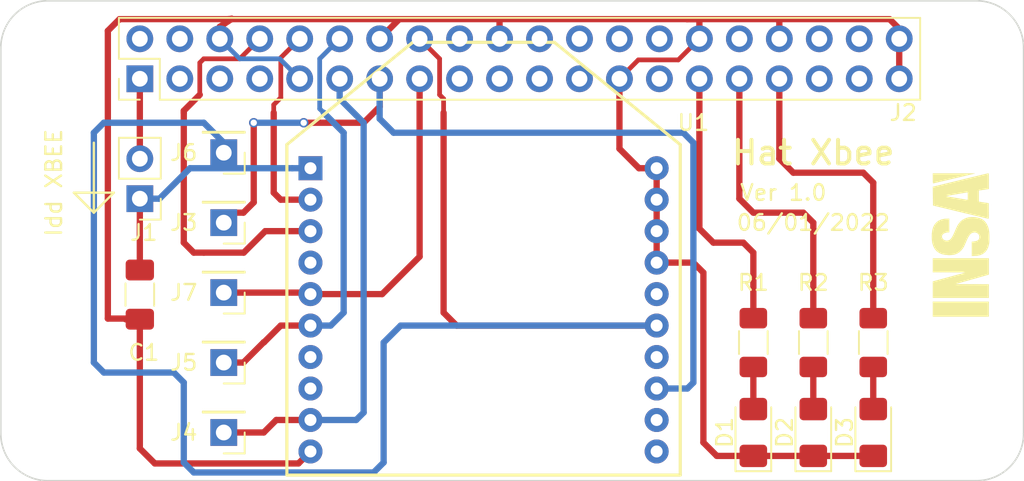
<source format=kicad_pcb>
(kicad_pcb (version 20171130) (host pcbnew 5.1.5+dfsg1-2build2)

  (general
    (thickness 1.6)
    (drawings 25)
    (tracks 156)
    (zones 0)
    (modules 20)
    (nets 17)
  )

  (page A4)
  (layers
    (0 F.Cu signal hide)
    (31 B.Cu signal hide)
    (34 B.Paste user)
    (35 F.Paste user)
    (36 B.SilkS user)
    (37 F.SilkS user)
    (38 B.Mask user)
    (39 F.Mask user)
    (40 Dwgs.User user hide)
    (41 Cmts.User user hide)
    (44 Edge.Cuts user)
    (48 B.Fab user hide)
    (49 F.Fab user hide)
  )

  (setup
    (last_trace_width 0.25)
    (user_trace_width 0.2)
    (user_trace_width 0.25)
    (user_trace_width 0.3)
    (user_trace_width 0.35)
    (user_trace_width 0.4)
    (user_trace_width 0.5)
    (user_trace_width 0.7)
    (user_trace_width 1)
    (trace_clearance 0.2)
    (zone_clearance 0.508)
    (zone_45_only no)
    (trace_min 0.01)
    (via_size 0.6)
    (via_drill 0.4)
    (via_min_size 0.4)
    (via_min_drill 0.3)
    (user_via 0.9 0.4)
    (user_via 1.1 0.6)
    (user_via 1.3 0.7)
    (user_via 1.6 0.8)
    (user_via 1.8 1)
    (user_via 5.2 3.2)
    (uvia_size 0.3)
    (uvia_drill 0.1)
    (uvias_allowed no)
    (uvia_min_size 0.2)
    (uvia_min_drill 0.1)
    (edge_width 0.1)
    (segment_width 0.2)
    (pcb_text_width 0.3)
    (pcb_text_size 1.5 1.5)
    (mod_edge_width 0.15)
    (mod_text_size 1 1)
    (mod_text_width 0.15)
    (pad_size 2.75 2.75)
    (pad_drill 2.75)
    (pad_to_mask_clearance 0)
    (aux_axis_origin 0 0)
    (visible_elements 7FFFFFFF)
    (pcbplotparams
      (layerselection 0x01330_80000001)
      (usegerberextensions false)
      (usegerberattributes false)
      (usegerberadvancedattributes false)
      (creategerberjobfile false)
      (excludeedgelayer true)
      (linewidth 0.100000)
      (plotframeref false)
      (viasonmask false)
      (mode 1)
      (useauxorigin false)
      (hpglpennumber 1)
      (hpglpenspeed 20)
      (hpglpendiameter 15.000000)
      (psnegative false)
      (psa4output false)
      (plotreference true)
      (plotvalue true)
      (plotinvisibletext false)
      (padsonsilk false)
      (subtractmaskfromsilk false)
      (outputformat 4)
      (mirror false)
      (drillshape 2)
      (scaleselection 1)
      (outputdirectory "meta/"))
  )

  (net 0 "")
  (net 1 "Net-(J2-Pad29)")
  (net 2 "Net-(J2-Pad31)")
  (net 3 "Net-(J2-Pad33)")
  (net 4 GND)
  (net 5 "Net-(C1-Pad1)")
  (net 6 "Net-(D1-Pad2)")
  (net 7 "Net-(D2-Pad2)")
  (net 8 "Net-(D3-Pad2)")
  (net 9 VDD)
  (net 10 /~SLEEP)
  (net 11 /SLEEP_REQ)
  (net 12 /RSSI_PWM)
  (net 13 /ASSOCIATE)
  (net 14 /~RESET)
  (net 15 /DOUT)
  (net 16 /DIN)

  (net_class Default "This is the default net class."
    (clearance 0.2)
    (trace_width 0.25)
    (via_dia 0.6)
    (via_drill 0.4)
    (uvia_dia 0.3)
    (uvia_drill 0.1)
    (add_net /ASSOCIATE)
    (add_net /DIN)
    (add_net /DOUT)
    (add_net /RSSI_PWM)
    (add_net /SLEEP_REQ)
    (add_net /~RESET)
    (add_net /~SLEEP)
    (add_net GND)
    (add_net "Net-(C1-Pad1)")
    (add_net "Net-(D1-Pad2)")
    (add_net "Net-(D2-Pad2)")
    (add_net "Net-(D3-Pad2)")
    (add_net "Net-(J2-Pad29)")
    (add_net "Net-(J2-Pad31)")
    (add_net "Net-(J2-Pad33)")
    (add_net VDD)
  )

  (module Insa:Xbee3 locked (layer F.Cu) (tedit 61D7FA61) (tstamp 61B33492)
    (at 43.18 40.64)
    (path /61B342D4)
    (fp_text reference U1 (at 13.335 -8.89) (layer F.SilkS)
      (effects (font (size 1 1) (thickness 0.15)))
    )
    (fp_text value XBee3 (at 0 6.5) (layer F.Fab)
      (effects (font (size 1 1) (thickness 0.15)))
    )
    (fp_line (start -12.5 -7.5) (end -4.5 -14) (layer F.CrtYd) (width 0.2))
    (fp_line (start -12.5 13.5) (end -12.5 -7.5) (layer F.CrtYd) (width 0.2))
    (fp_line (start 12.5 13.5) (end -12.5 13.5) (layer F.CrtYd) (width 0.2))
    (fp_line (start 12.5 -7.5) (end 12.5 13.5) (layer F.CrtYd) (width 0.2))
    (fp_line (start 4.5 -14) (end 12.5 -7.5) (layer F.CrtYd) (width 0.2))
    (fp_line (start -4.5 -14) (end 4.5 -14) (layer F.CrtYd) (width 0.2))
    (fp_line (start -12.5 -7.5) (end -4.5 -14) (layer F.SilkS) (width 0.2))
    (fp_line (start 4.5 -14) (end 12.5 -7.5) (layer F.SilkS) (width 0.2))
    (fp_line (start -4.5 -14) (end 4.5 -14) (layer F.SilkS) (width 0.2))
    (fp_line (start -12.5 13.5) (end -12.5 -7.5) (layer F.SilkS) (width 0.2))
    (fp_line (start 12.5 13.5) (end 12.5 -7.5) (layer F.SilkS) (width 0.2))
    (fp_line (start -12.5 13.5) (end 12.5 13.5) (layer F.SilkS) (width 0.2))
    (pad 10 thru_hole circle (at -11 12) (size 1.524 1.524) (drill 0.762) (layers *.Cu *.Mask)
      (net 4 GND))
    (pad 9 thru_hole circle (at -11 10) (size 1.524 1.524) (drill 0.762) (layers *.Cu *.Mask)
      (net 11 /SLEEP_REQ))
    (pad 8 thru_hole circle (at -11 8) (size 1.524 1.524) (drill 0.762) (layers *.Cu *.Mask))
    (pad 7 thru_hole circle (at -11 6) (size 1.524 1.524) (drill 0.762) (layers *.Cu *.Mask))
    (pad 6 thru_hole circle (at -11 4) (size 1.524 1.524) (drill 0.762) (layers *.Cu *.Mask)
      (net 12 /RSSI_PWM))
    (pad 5 thru_hole circle (at -11 2) (size 1.524 1.524) (drill 0.762) (layers *.Cu *.Mask)
      (net 14 /~RESET))
    (pad 11 thru_hole circle (at 11 12) (size 1.524 1.524) (drill 0.762) (layers *.Cu *.Mask))
    (pad 12 thru_hole circle (at 11 10) (size 1.524 1.524) (drill 0.762) (layers *.Cu *.Mask))
    (pad 13 thru_hole circle (at 11 8) (size 1.524 1.524) (drill 0.762) (layers *.Cu *.Mask)
      (net 10 /~SLEEP))
    (pad 14 thru_hole circle (at 11 6) (size 1.524 1.524) (drill 0.762) (layers *.Cu *.Mask))
    (pad 15 thru_hole circle (at 11 4) (size 1.524 1.524) (drill 0.762) (layers *.Cu *.Mask)
      (net 13 /ASSOCIATE))
    (pad 16 thru_hole circle (at 11 2) (size 1.524 1.524) (drill 0.762) (layers *.Cu *.Mask))
    (pad 20 thru_hole circle (at 11 -6) (size 1.524 1.524) (drill 0.762) (layers *.Cu *.Mask)
      (net 4 GND))
    (pad 19 thru_hole circle (at 11 -4) (size 1.524 1.524) (drill 0.762) (layers *.Cu *.Mask)
      (net 4 GND))
    (pad 18 thru_hole circle (at 11 -2) (size 1.524 1.524) (drill 0.762) (layers *.Cu *.Mask)
      (net 4 GND))
    (pad 1 thru_hole rect (at -11 -6) (size 1.524 1.524) (drill 0.762) (layers *.Cu *.Mask)
      (net 5 "Net-(C1-Pad1)"))
    (pad 2 thru_hole circle (at -11 -4) (size 1.524 1.524) (drill 0.762) (layers *.Cu *.Mask)
      (net 15 /DOUT))
    (pad 3 thru_hole circle (at -11 -2) (size 1.524 1.524) (drill 0.762) (layers *.Cu *.Mask)
      (net 16 /DIN))
    (pad 17 thru_hole circle (at 11 0) (size 1.524 1.524) (drill 0.762) (layers *.Cu *.Mask)
      (net 4 GND))
    (pad 4 thru_hole circle (at -11 0) (size 1.524 1.524) (drill 0.762) (layers *.Cu *.Mask))
    (model /home/dimercur/kicad/local-packages3d/Insa.3dshapes/XBee_Module_-_ZB_Series_S2C_-_2mW_with_Wire_Antenna_-_XB24CZ7WIT-004_1661764185.214.step
      (offset (xyz 0 -13.9192 6.680200000000001))
      (scale (xyz 1 1 1))
      (rotate (xyz 0 -180 0))
    )
  )

  (module Insa:insa-image (layer F.Cu) (tedit 0) (tstamp 61D77C60)
    (at 73.66 39.37 90)
    (fp_text reference G*** (at 0 0 90) (layer F.SilkS) hide
      (effects (font (size 1.524 1.524) (thickness 0.3)))
    )
    (fp_text value LOGO (at 0.75 0 90) (layer F.SilkS) hide
      (effects (font (size 1.524 1.524) (thickness 0.3)))
    )
    (fp_poly (pts (xy 4.402666 -0.592666) (xy 4.402585 -0.359383) (xy 4.402349 -0.139078) (xy 4.401974 0.064679)
      (xy 4.401473 0.248317) (xy 4.400861 0.408266) (xy 4.400152 0.540956) (xy 4.39936 0.642817)
      (xy 4.3985 0.710278) (xy 4.397584 0.73977) (xy 4.397375 0.740808) (xy 4.391731 0.720777)
      (xy 4.377252 0.663009) (xy 4.35477 0.570984) (xy 4.325118 0.44818) (xy 4.289131 0.298075)
      (xy 4.247642 0.124148) (xy 4.201483 -0.070122) (xy 4.151489 -0.281258) (xy 4.098493 -0.505781)
      (xy 4.086743 -0.55565) (xy 4.032984 -0.783866) (xy 3.981948 -1.00044) (xy 3.934489 -1.201762)
      (xy 3.891457 -1.384219) (xy 3.853706 -1.544202) (xy 3.822088 -1.678098) (xy 3.797454 -1.782297)
      (xy 3.780658 -1.853188) (xy 3.77255 -1.88716) (xy 3.772066 -1.889125) (xy 3.77154 -1.903342)
      (xy 3.7823 -1.913388) (xy 3.810342 -1.919977) (xy 3.861665 -1.923825) (xy 3.942266 -1.925647)
      (xy 4.058142 -1.926159) (xy 4.082697 -1.926166) (xy 4.402666 -1.926166) (xy 4.402666 -0.592666)) (layer F.SilkS) (width 0.01))
    (fp_poly (pts (xy 3.619724 -1.646034) (xy 3.636266 -1.577792) (xy 3.661877 -1.472594) (xy 3.695539 -1.334602)
      (xy 3.736236 -1.167976) (xy 3.782949 -0.976874) (xy 3.834663 -0.765456) (xy 3.890359 -0.537884)
      (xy 3.949022 -0.298316) (xy 4.009634 -0.050912) (xy 4.045059 0.093629) (xy 4.104251 0.335639)
      (xy 4.160383 0.566174) (xy 4.212647 0.781853) (xy 4.260237 0.979295) (xy 4.302344 1.155116)
      (xy 4.338161 1.305934) (xy 4.36688 1.428369) (xy 4.387693 1.519038) (xy 4.399794 1.574559)
      (xy 4.402666 1.591171) (xy 4.400382 1.603461) (xy 4.39018 1.612836) (xy 4.367041 1.619688)
      (xy 4.325943 1.624409) (xy 4.261864 1.627392) (xy 4.169784 1.629028) (xy 4.044681 1.62971)
      (xy 3.907895 1.629834) (xy 3.413125 1.629834) (xy 3.402086 1.571625) (xy 3.394788 1.528322)
      (xy 3.383116 1.453655) (xy 3.368687 1.358169) (xy 3.35337 1.254125) (xy 3.315692 0.994834)
      (xy 2.605418 0.994834) (xy 2.592744 1.063625) (xy 2.58449 1.112221) (xy 2.571858 1.191069)
      (xy 2.556684 1.288549) (xy 2.543393 1.375834) (xy 2.506716 1.61925) (xy 2.015358 1.624932)
      (xy 1.858605 1.626555) (xy 1.73916 1.627112) (xy 1.652004 1.626278) (xy 1.592117 1.623729)
      (xy 1.554482 1.61914) (xy 1.534078 1.612185) (xy 1.525887 1.60254) (xy 1.524743 1.593182)
      (xy 1.529715 1.567322) (xy 1.543917 1.503403) (xy 1.566619 1.404509) (xy 1.597091 1.273725)
      (xy 1.634606 1.114138) (xy 1.678433 0.928833) (xy 1.727844 0.720896) (xy 1.78211 0.493411)
      (xy 1.834342 0.275192) (xy 2.715817 0.275192) (xy 2.727924 0.28578) (xy 2.759825 0.292116)
      (xy 2.818242 0.295263) (xy 2.909898 0.296283) (xy 2.951323 0.296334) (xy 3.063741 0.295039)
      (xy 3.13873 0.290808) (xy 3.181123 0.283117) (xy 3.195757 0.271443) (xy 3.19588 0.269875)
      (xy 3.192353 0.242076) (xy 3.182642 0.179476) (xy 3.167773 0.088044) (xy 3.148774 -0.026247)
      (xy 3.126673 -0.157426) (xy 3.102497 -0.299523) (xy 3.077273 -0.446566) (xy 3.052029 -0.592585)
      (xy 3.027793 -0.731608) (xy 3.005592 -0.857664) (xy 2.986454 -0.964782) (xy 2.971407 -1.046992)
      (xy 2.961477 -1.098321) (xy 2.957873 -1.113182) (xy 2.952976 -1.094709) (xy 2.942066 -1.039337)
      (xy 2.926013 -0.951937) (xy 2.905685 -0.837378) (xy 2.881952 -0.700533) (xy 2.855684 -0.546272)
      (xy 2.839281 -0.448663) (xy 2.811612 -0.283951) (xy 2.785782 -0.131603) (xy 2.762709 0.003081)
      (xy 2.74331 0.114799) (xy 2.728503 0.198249) (xy 2.719204 0.24813) (xy 2.716782 0.259292)
      (xy 2.715817 0.275192) (xy 1.834342 0.275192) (xy 1.840501 0.249464) (xy 1.902289 -0.007859)
      (xy 1.943707 -0.179916) (xy 2.361928 -1.915583) (xy 3.551996 -1.926819) (xy 3.619724 -1.646034)) (layer F.SilkS) (width 0.01))
    (fp_poly (pts (xy -0.994834 1.629834) (xy -2.03036 1.629834) (xy -2.059578 1.529292) (xy -2.071186 1.488732)
      (xy -2.092991 1.411942) (xy -2.123715 1.303442) (xy -2.16208 1.16775) (xy -2.206811 1.009386)
      (xy -2.256629 0.832869) (xy -2.310257 0.642719) (xy -2.362023 0.459057) (xy -2.63525 -0.510636)
      (xy -2.646222 1.629834) (xy -3.513667 1.629834) (xy -3.513667 -1.926166) (xy -2.465917 -1.925752)
      (xy -1.894417 0.169296) (xy -1.883439 -1.926166) (xy -0.994834 -1.926166) (xy -0.994834 1.629834)) (layer F.SilkS) (width 0.01))
    (fp_poly (pts (xy -3.7465 1.629834) (xy -4.699 1.629834) (xy -4.699 -1.926166) (xy -3.7465 -1.926166)
      (xy -3.7465 1.629834)) (layer F.SilkS) (width 0.01))
    (fp_poly (pts (xy 0.537899 -1.989188) (xy 0.682291 -1.978388) (xy 0.797311 -1.961026) (xy 0.993266 -1.901446)
      (xy 1.159745 -1.811761) (xy 1.295966 -1.69299) (xy 1.40115 -1.546152) (xy 1.474513 -1.372266)
      (xy 1.515276 -1.172351) (xy 1.524 -1.013111) (xy 1.524 -0.889) (xy 0.656166 -0.889)
      (xy 0.656166 -0.940875) (xy 0.643806 -1.064248) (xy 0.609513 -1.173904) (xy 0.557467 -1.263123)
      (xy 0.491846 -1.325185) (xy 0.416832 -1.353369) (xy 0.398991 -1.354354) (xy 0.297363 -1.334881)
      (xy 0.215098 -1.281166) (xy 0.157278 -1.19882) (xy 0.128989 -1.093454) (xy 0.127 -1.054152)
      (xy 0.133154 -0.971225) (xy 0.154162 -0.898486) (xy 0.193841 -0.832637) (xy 0.256006 -0.770378)
      (xy 0.344476 -0.708411) (xy 0.463066 -0.643438) (xy 0.615594 -0.572158) (xy 0.752754 -0.513331)
      (xy 0.868474 -0.462933) (xy 0.980989 -0.410382) (xy 1.079341 -0.361032) (xy 1.152571 -0.320238)
      (xy 1.168063 -0.310428) (xy 1.330873 -0.180121) (xy 1.457621 -0.028873) (xy 1.548696 0.144168)
      (xy 1.604484 0.339853) (xy 1.625374 0.559034) (xy 1.622244 0.688045) (xy 1.594521 0.907497)
      (xy 1.539358 1.095513) (xy 1.455091 1.25424) (xy 1.340055 1.385823) (xy 1.192585 1.49241)
      (xy 1.011015 1.576145) (xy 0.907039 1.610081) (xy 0.797673 1.633398) (xy 0.657715 1.650807)
      (xy 0.498539 1.661976) (xy 0.331517 1.666574) (xy 0.168024 1.664272) (xy 0.019431 1.654737)
      (xy -0.094675 1.639229) (xy -0.296195 1.584582) (xy -0.465904 1.502331) (xy -0.604065 1.392138)
      (xy -0.710942 1.253663) (xy -0.786799 1.086567) (xy -0.831898 0.890512) (xy -0.846507 0.672042)
      (xy -0.846667 0.550334) (xy 0.058031 0.550334) (xy 0.072896 0.681715) (xy 0.096231 0.816115)
      (xy 0.133587 0.914092) (xy 0.188298 0.980185) (xy 0.263699 1.018933) (xy 0.330388 1.032196)
      (xy 0.436807 1.025864) (xy 0.526303 0.985415) (xy 0.594824 0.917063) (xy 0.638321 0.827022)
      (xy 0.65274 0.721503) (xy 0.634031 0.606721) (xy 0.624933 0.580492) (xy 0.587438 0.508949)
      (xy 0.529301 0.442394) (xy 0.445988 0.377583) (xy 0.33296 0.311275) (xy 0.185683 0.240226)
      (xy 0.091626 0.199302) (xy -0.056235 0.135844) (xy -0.171762 0.083655) (xy -0.262127 0.038783)
      (xy -0.334498 -0.002721) (xy -0.396046 -0.044808) (xy -0.453941 -0.091427) (xy -0.483863 -0.117765)
      (xy -0.603042 -0.24263) (xy -0.690714 -0.377506) (xy -0.74954 -0.529162) (xy -0.782181 -0.704363)
      (xy -0.791358 -0.899583) (xy -0.775704 -1.137766) (xy -0.730298 -1.34599) (xy -0.654764 -1.524771)
      (xy -0.548731 -1.674628) (xy -0.411826 -1.796078) (xy -0.243675 -1.88964) (xy -0.043905 -1.955831)
      (xy -0.027767 -1.959677) (xy 0.084847 -1.977917) (xy 0.225668 -1.988931) (xy 0.381189 -1.992695)
      (xy 0.537899 -1.989188)) (layer F.SilkS) (width 0.01))
  )

  (module Connector_PinHeader_2.54mm:PinHeader_2x20_P2.54mm_Vertical (layer F.Cu) (tedit 59FED5CC) (tstamp 61B33FB4)
    (at 21.336 28.956 90)
    (descr "Through hole straight pin header, 2x20, 2.54mm pitch, double rows")
    (tags "Through hole pin header THT 2x20 2.54mm double row")
    (path /5516AE26)
    (fp_text reference J2 (at -2.159 48.514 180) (layer F.SilkS)
      (effects (font (size 1 1) (thickness 0.15)))
    )
    (fp_text value RPi_GPIO (at 1.27 50.59 90) (layer F.Fab)
      (effects (font (size 1 1) (thickness 0.15)))
    )
    (fp_text user %R (at 1.27 24.13) (layer F.Fab)
      (effects (font (size 1 1) (thickness 0.15)))
    )
    (fp_line (start 4.35 -1.8) (end -1.8 -1.8) (layer F.CrtYd) (width 0.05))
    (fp_line (start 4.35 50.05) (end 4.35 -1.8) (layer F.CrtYd) (width 0.05))
    (fp_line (start -1.8 50.05) (end 4.35 50.05) (layer F.CrtYd) (width 0.05))
    (fp_line (start -1.8 -1.8) (end -1.8 50.05) (layer F.CrtYd) (width 0.05))
    (fp_line (start -1.33 -1.33) (end 0 -1.33) (layer F.SilkS) (width 0.12))
    (fp_line (start -1.33 0) (end -1.33 -1.33) (layer F.SilkS) (width 0.12))
    (fp_line (start 1.27 -1.33) (end 3.87 -1.33) (layer F.SilkS) (width 0.12))
    (fp_line (start 1.27 1.27) (end 1.27 -1.33) (layer F.SilkS) (width 0.12))
    (fp_line (start -1.33 1.27) (end 1.27 1.27) (layer F.SilkS) (width 0.12))
    (fp_line (start 3.87 -1.33) (end 3.87 49.59) (layer F.SilkS) (width 0.12))
    (fp_line (start -1.33 1.27) (end -1.33 49.59) (layer F.SilkS) (width 0.12))
    (fp_line (start -1.33 49.59) (end 3.87 49.59) (layer F.SilkS) (width 0.12))
    (fp_line (start -1.27 0) (end 0 -1.27) (layer F.Fab) (width 0.1))
    (fp_line (start -1.27 49.53) (end -1.27 0) (layer F.Fab) (width 0.1))
    (fp_line (start 3.81 49.53) (end -1.27 49.53) (layer F.Fab) (width 0.1))
    (fp_line (start 3.81 -1.27) (end 3.81 49.53) (layer F.Fab) (width 0.1))
    (fp_line (start 0 -1.27) (end 3.81 -1.27) (layer F.Fab) (width 0.1))
    (pad 40 thru_hole oval (at 2.54 48.26 90) (size 1.7 1.7) (drill 1) (layers *.Cu *.Mask)
      (net 4 GND))
    (pad 39 thru_hole oval (at 0 48.26 90) (size 1.7 1.7) (drill 1) (layers *.Cu *.Mask)
      (net 4 GND))
    (pad 38 thru_hole oval (at 2.54 45.72 90) (size 1.7 1.7) (drill 1) (layers *.Cu *.Mask))
    (pad 37 thru_hole oval (at 0 45.72 90) (size 1.7 1.7) (drill 1) (layers *.Cu *.Mask))
    (pad 36 thru_hole oval (at 2.54 43.18 90) (size 1.7 1.7) (drill 1) (layers *.Cu *.Mask))
    (pad 35 thru_hole oval (at 0 43.18 90) (size 1.7 1.7) (drill 1) (layers *.Cu *.Mask))
    (pad 34 thru_hole oval (at 2.54 40.64 90) (size 1.7 1.7) (drill 1) (layers *.Cu *.Mask)
      (net 4 GND))
    (pad 33 thru_hole oval (at 0 40.64 90) (size 1.7 1.7) (drill 1) (layers *.Cu *.Mask)
      (net 3 "Net-(J2-Pad33)"))
    (pad 32 thru_hole oval (at 2.54 38.1 90) (size 1.7 1.7) (drill 1) (layers *.Cu *.Mask))
    (pad 31 thru_hole oval (at 0 38.1 90) (size 1.7 1.7) (drill 1) (layers *.Cu *.Mask)
      (net 2 "Net-(J2-Pad31)"))
    (pad 30 thru_hole oval (at 2.54 35.56 90) (size 1.7 1.7) (drill 1) (layers *.Cu *.Mask)
      (net 4 GND))
    (pad 29 thru_hole oval (at 0 35.56 90) (size 1.7 1.7) (drill 1) (layers *.Cu *.Mask)
      (net 1 "Net-(J2-Pad29)"))
    (pad 28 thru_hole oval (at 2.54 33.02 90) (size 1.7 1.7) (drill 1) (layers *.Cu *.Mask))
    (pad 27 thru_hole oval (at 0 33.02 90) (size 1.7 1.7) (drill 1) (layers *.Cu *.Mask))
    (pad 26 thru_hole oval (at 2.54 30.48 90) (size 1.7 1.7) (drill 1) (layers *.Cu *.Mask))
    (pad 25 thru_hole oval (at 0 30.48 90) (size 1.7 1.7) (drill 1) (layers *.Cu *.Mask)
      (net 4 GND))
    (pad 24 thru_hole oval (at 2.54 27.94 90) (size 1.7 1.7) (drill 1) (layers *.Cu *.Mask))
    (pad 23 thru_hole oval (at 0 27.94 90) (size 1.7 1.7) (drill 1) (layers *.Cu *.Mask))
    (pad 22 thru_hole oval (at 2.54 25.4 90) (size 1.7 1.7) (drill 1) (layers *.Cu *.Mask))
    (pad 21 thru_hole oval (at 0 25.4 90) (size 1.7 1.7) (drill 1) (layers *.Cu *.Mask))
    (pad 20 thru_hole oval (at 2.54 22.86 90) (size 1.7 1.7) (drill 1) (layers *.Cu *.Mask)
      (net 4 GND))
    (pad 19 thru_hole oval (at 0 22.86 90) (size 1.7 1.7) (drill 1) (layers *.Cu *.Mask))
    (pad 18 thru_hole oval (at 2.54 20.32 90) (size 1.7 1.7) (drill 1) (layers *.Cu *.Mask))
    (pad 17 thru_hole oval (at 0 20.32 90) (size 1.7 1.7) (drill 1) (layers *.Cu *.Mask))
    (pad 16 thru_hole oval (at 2.54 17.78 90) (size 1.7 1.7) (drill 1) (layers *.Cu *.Mask)
      (net 13 /ASSOCIATE))
    (pad 15 thru_hole oval (at 0 17.78 90) (size 1.7 1.7) (drill 1) (layers *.Cu *.Mask)
      (net 14 /~RESET))
    (pad 14 thru_hole oval (at 2.54 15.24 90) (size 1.7 1.7) (drill 1) (layers *.Cu *.Mask)
      (net 4 GND))
    (pad 13 thru_hole oval (at 0 15.24 90) (size 1.7 1.7) (drill 1) (layers *.Cu *.Mask)
      (net 10 /~SLEEP))
    (pad 12 thru_hole oval (at 2.54 12.7 90) (size 1.7 1.7) (drill 1) (layers *.Cu *.Mask)
      (net 12 /RSSI_PWM))
    (pad 11 thru_hole oval (at 0 12.7 90) (size 1.7 1.7) (drill 1) (layers *.Cu *.Mask)
      (net 11 /SLEEP_REQ))
    (pad 10 thru_hole oval (at 2.54 10.16 90) (size 1.7 1.7) (drill 1) (layers *.Cu *.Mask)
      (net 15 /DOUT))
    (pad 9 thru_hole oval (at 0 10.16 90) (size 1.7 1.7) (drill 1) (layers *.Cu *.Mask)
      (net 4 GND))
    (pad 8 thru_hole oval (at 2.54 7.62 90) (size 1.7 1.7) (drill 1) (layers *.Cu *.Mask)
      (net 16 /DIN))
    (pad 7 thru_hole oval (at 0 7.62 90) (size 1.7 1.7) (drill 1) (layers *.Cu *.Mask))
    (pad 6 thru_hole oval (at 2.54 5.08 90) (size 1.7 1.7) (drill 1) (layers *.Cu *.Mask)
      (net 4 GND))
    (pad 5 thru_hole oval (at 0 5.08 90) (size 1.7 1.7) (drill 1) (layers *.Cu *.Mask))
    (pad 4 thru_hole oval (at 2.54 2.54 90) (size 1.7 1.7) (drill 1) (layers *.Cu *.Mask))
    (pad 3 thru_hole oval (at 0 2.54 90) (size 1.7 1.7) (drill 1) (layers *.Cu *.Mask))
    (pad 2 thru_hole oval (at 2.54 0 90) (size 1.7 1.7) (drill 1) (layers *.Cu *.Mask))
    (pad 1 thru_hole rect (at 0 0 90) (size 1.7 1.7) (drill 1) (layers *.Cu *.Mask)
      (net 9 VDD))
    (model ${KISYS3DMOD}/Connector_PinHeader_2.54mm.3dshapes/PinHeader_2x20_P2.54mm_Vertical.wrl
      (offset (xyz 2.5 0 -1.5))
      (scale (xyz 1 1 1))
      (rotate (xyz 0 180 0))
    )
  )

  (module Resistor_SMD:R_1206_3216Metric_Pad1.30x1.75mm_HandSolder (layer F.Cu) (tedit 5F68FEEE) (tstamp 61B3346E)
    (at 67.945 45.72 270)
    (descr "Resistor SMD 1206 (3216 Metric), square (rectangular) end terminal, IPC_7351 nominal with elongated pad for handsoldering. (Body size source: IPC-SM-782 page 72, https://www.pcb-3d.com/wordpress/wp-content/uploads/ipc-sm-782a_amendment_1_and_2.pdf), generated with kicad-footprint-generator")
    (tags "resistor handsolder")
    (path /61B7CD3C)
    (attr smd)
    (fp_text reference R3 (at -3.81 0 180) (layer F.SilkS)
      (effects (font (size 1 1) (thickness 0.15)))
    )
    (fp_text value R (at 0 1.82 90) (layer F.Fab)
      (effects (font (size 1 1) (thickness 0.15)))
    )
    (fp_text user %R (at 0 0 90) (layer F.Fab)
      (effects (font (size 0.8 0.8) (thickness 0.12)))
    )
    (fp_line (start 2.45 1.12) (end -2.45 1.12) (layer F.CrtYd) (width 0.05))
    (fp_line (start 2.45 -1.12) (end 2.45 1.12) (layer F.CrtYd) (width 0.05))
    (fp_line (start -2.45 -1.12) (end 2.45 -1.12) (layer F.CrtYd) (width 0.05))
    (fp_line (start -2.45 1.12) (end -2.45 -1.12) (layer F.CrtYd) (width 0.05))
    (fp_line (start -0.727064 0.91) (end 0.727064 0.91) (layer F.SilkS) (width 0.12))
    (fp_line (start -0.727064 -0.91) (end 0.727064 -0.91) (layer F.SilkS) (width 0.12))
    (fp_line (start 1.6 0.8) (end -1.6 0.8) (layer F.Fab) (width 0.1))
    (fp_line (start 1.6 -0.8) (end 1.6 0.8) (layer F.Fab) (width 0.1))
    (fp_line (start -1.6 -0.8) (end 1.6 -0.8) (layer F.Fab) (width 0.1))
    (fp_line (start -1.6 0.8) (end -1.6 -0.8) (layer F.Fab) (width 0.1))
    (pad 2 smd roundrect (at 1.55 0 270) (size 1.3 1.75) (layers F.Cu F.Paste F.Mask) (roundrect_rratio 0.192308)
      (net 8 "Net-(D3-Pad2)"))
    (pad 1 smd roundrect (at -1.55 0 270) (size 1.3 1.75) (layers F.Cu F.Paste F.Mask) (roundrect_rratio 0.192308)
      (net 3 "Net-(J2-Pad33)"))
    (model ${KISYS3DMOD}/Resistor_SMD.3dshapes/R_1206_3216Metric.wrl
      (at (xyz 0 0 0))
      (scale (xyz 1 1 1))
      (rotate (xyz 0 0 0))
    )
  )

  (module Resistor_SMD:R_1206_3216Metric_Pad1.30x1.75mm_HandSolder (layer F.Cu) (tedit 5F68FEEE) (tstamp 61B3345D)
    (at 64.135 45.72 270)
    (descr "Resistor SMD 1206 (3216 Metric), square (rectangular) end terminal, IPC_7351 nominal with elongated pad for handsoldering. (Body size source: IPC-SM-782 page 72, https://www.pcb-3d.com/wordpress/wp-content/uploads/ipc-sm-782a_amendment_1_and_2.pdf), generated with kicad-footprint-generator")
    (tags "resistor handsolder")
    (path /61B7BE20)
    (attr smd)
    (fp_text reference R2 (at -3.81 0 180) (layer F.SilkS)
      (effects (font (size 1 1) (thickness 0.15)))
    )
    (fp_text value R (at 0 1.82 90) (layer F.Fab)
      (effects (font (size 1 1) (thickness 0.15)))
    )
    (fp_text user %R (at 0 0 90) (layer F.Fab)
      (effects (font (size 0.8 0.8) (thickness 0.12)))
    )
    (fp_line (start 2.45 1.12) (end -2.45 1.12) (layer F.CrtYd) (width 0.05))
    (fp_line (start 2.45 -1.12) (end 2.45 1.12) (layer F.CrtYd) (width 0.05))
    (fp_line (start -2.45 -1.12) (end 2.45 -1.12) (layer F.CrtYd) (width 0.05))
    (fp_line (start -2.45 1.12) (end -2.45 -1.12) (layer F.CrtYd) (width 0.05))
    (fp_line (start -0.727064 0.91) (end 0.727064 0.91) (layer F.SilkS) (width 0.12))
    (fp_line (start -0.727064 -0.91) (end 0.727064 -0.91) (layer F.SilkS) (width 0.12))
    (fp_line (start 1.6 0.8) (end -1.6 0.8) (layer F.Fab) (width 0.1))
    (fp_line (start 1.6 -0.8) (end 1.6 0.8) (layer F.Fab) (width 0.1))
    (fp_line (start -1.6 -0.8) (end 1.6 -0.8) (layer F.Fab) (width 0.1))
    (fp_line (start -1.6 0.8) (end -1.6 -0.8) (layer F.Fab) (width 0.1))
    (pad 2 smd roundrect (at 1.55 0 270) (size 1.3 1.75) (layers F.Cu F.Paste F.Mask) (roundrect_rratio 0.192308)
      (net 7 "Net-(D2-Pad2)"))
    (pad 1 smd roundrect (at -1.55 0 270) (size 1.3 1.75) (layers F.Cu F.Paste F.Mask) (roundrect_rratio 0.192308)
      (net 2 "Net-(J2-Pad31)"))
    (model ${KISYS3DMOD}/Resistor_SMD.3dshapes/R_1206_3216Metric.wrl
      (at (xyz 0 0 0))
      (scale (xyz 1 1 1))
      (rotate (xyz 0 0 0))
    )
  )

  (module Resistor_SMD:R_1206_3216Metric_Pad1.30x1.75mm_HandSolder (layer F.Cu) (tedit 5F68FEEE) (tstamp 61B3344C)
    (at 60.325 45.72 270)
    (descr "Resistor SMD 1206 (3216 Metric), square (rectangular) end terminal, IPC_7351 nominal with elongated pad for handsoldering. (Body size source: IPC-SM-782 page 72, https://www.pcb-3d.com/wordpress/wp-content/uploads/ipc-sm-782a_amendment_1_and_2.pdf), generated with kicad-footprint-generator")
    (tags "resistor handsolder")
    (path /61B53DEB)
    (attr smd)
    (fp_text reference R1 (at -3.81 0) (layer F.SilkS)
      (effects (font (size 1 1) (thickness 0.15)))
    )
    (fp_text value R (at 0 1.82 90) (layer F.Fab)
      (effects (font (size 1 1) (thickness 0.15)))
    )
    (fp_text user %R (at 0 0 90) (layer F.Fab)
      (effects (font (size 0.8 0.8) (thickness 0.12)))
    )
    (fp_line (start 2.45 1.12) (end -2.45 1.12) (layer F.CrtYd) (width 0.05))
    (fp_line (start 2.45 -1.12) (end 2.45 1.12) (layer F.CrtYd) (width 0.05))
    (fp_line (start -2.45 -1.12) (end 2.45 -1.12) (layer F.CrtYd) (width 0.05))
    (fp_line (start -2.45 1.12) (end -2.45 -1.12) (layer F.CrtYd) (width 0.05))
    (fp_line (start -0.727064 0.91) (end 0.727064 0.91) (layer F.SilkS) (width 0.12))
    (fp_line (start -0.727064 -0.91) (end 0.727064 -0.91) (layer F.SilkS) (width 0.12))
    (fp_line (start 1.6 0.8) (end -1.6 0.8) (layer F.Fab) (width 0.1))
    (fp_line (start 1.6 -0.8) (end 1.6 0.8) (layer F.Fab) (width 0.1))
    (fp_line (start -1.6 -0.8) (end 1.6 -0.8) (layer F.Fab) (width 0.1))
    (fp_line (start -1.6 0.8) (end -1.6 -0.8) (layer F.Fab) (width 0.1))
    (pad 2 smd roundrect (at 1.55 0 270) (size 1.3 1.75) (layers F.Cu F.Paste F.Mask) (roundrect_rratio 0.192308)
      (net 6 "Net-(D1-Pad2)"))
    (pad 1 smd roundrect (at -1.55 0 270) (size 1.3 1.75) (layers F.Cu F.Paste F.Mask) (roundrect_rratio 0.192308)
      (net 1 "Net-(J2-Pad29)"))
    (model ${KISYS3DMOD}/Resistor_SMD.3dshapes/R_1206_3216Metric.wrl
      (at (xyz 0 0 0))
      (scale (xyz 1 1 1))
      (rotate (xyz 0 0 0))
    )
  )

  (module Connector_PinHeader_2.54mm:PinHeader_1x01_P2.54mm_Vertical (layer F.Cu) (tedit 59FED5CC) (tstamp 61B3343B)
    (at 26.67 42.545 180)
    (descr "Through hole straight pin header, 1x01, 2.54mm pitch, single row")
    (tags "Through hole pin header THT 1x01 2.54mm single row")
    (path /61B9D437)
    (fp_text reference J7 (at 2.54 0) (layer F.SilkS)
      (effects (font (size 1 1) (thickness 0.15)))
    )
    (fp_text value Conn_01x01 (at 0 2.33) (layer F.Fab)
      (effects (font (size 1 1) (thickness 0.15)))
    )
    (fp_text user %R (at 0 0 90) (layer F.Fab)
      (effects (font (size 1 1) (thickness 0.15)))
    )
    (fp_line (start 1.8 -1.8) (end -1.8 -1.8) (layer F.CrtYd) (width 0.05))
    (fp_line (start 1.8 1.8) (end 1.8 -1.8) (layer F.CrtYd) (width 0.05))
    (fp_line (start -1.8 1.8) (end 1.8 1.8) (layer F.CrtYd) (width 0.05))
    (fp_line (start -1.8 -1.8) (end -1.8 1.8) (layer F.CrtYd) (width 0.05))
    (fp_line (start -1.33 -1.33) (end 0 -1.33) (layer F.SilkS) (width 0.12))
    (fp_line (start -1.33 0) (end -1.33 -1.33) (layer F.SilkS) (width 0.12))
    (fp_line (start -1.33 1.27) (end 1.33 1.27) (layer F.SilkS) (width 0.12))
    (fp_line (start 1.33 1.27) (end 1.33 1.33) (layer F.SilkS) (width 0.12))
    (fp_line (start -1.33 1.27) (end -1.33 1.33) (layer F.SilkS) (width 0.12))
    (fp_line (start -1.33 1.33) (end 1.33 1.33) (layer F.SilkS) (width 0.12))
    (fp_line (start -1.27 -0.635) (end -0.635 -1.27) (layer F.Fab) (width 0.1))
    (fp_line (start -1.27 1.27) (end -1.27 -0.635) (layer F.Fab) (width 0.1))
    (fp_line (start 1.27 1.27) (end -1.27 1.27) (layer F.Fab) (width 0.1))
    (fp_line (start 1.27 -1.27) (end 1.27 1.27) (layer F.Fab) (width 0.1))
    (fp_line (start -0.635 -1.27) (end 1.27 -1.27) (layer F.Fab) (width 0.1))
    (pad 1 thru_hole rect (at 0 0 180) (size 1.7 1.7) (drill 1) (layers *.Cu *.Mask)
      (net 14 /~RESET))
    (model ${KISYS3DMOD}/Connector_PinHeader_2.54mm.3dshapes/PinHeader_1x01_P2.54mm_Vertical.wrl
      (at (xyz 0 0 0))
      (scale (xyz 1 1 1))
      (rotate (xyz 0 0 0))
    )
  )

  (module Connector_PinHeader_2.54mm:PinHeader_1x01_P2.54mm_Vertical (layer F.Cu) (tedit 59FED5CC) (tstamp 61B33426)
    (at 26.67 33.655 180)
    (descr "Through hole straight pin header, 1x01, 2.54mm pitch, single row")
    (tags "Through hole pin header THT 1x01 2.54mm single row")
    (path /61B9BE07)
    (fp_text reference J6 (at 2.54 0) (layer F.SilkS)
      (effects (font (size 1 1) (thickness 0.15)))
    )
    (fp_text value Conn_01x01 (at 0 2.33) (layer F.Fab)
      (effects (font (size 1 1) (thickness 0.15)))
    )
    (fp_text user %R (at 0 0 90) (layer F.Fab)
      (effects (font (size 1 1) (thickness 0.15)))
    )
    (fp_line (start 1.8 -1.8) (end -1.8 -1.8) (layer F.CrtYd) (width 0.05))
    (fp_line (start 1.8 1.8) (end 1.8 -1.8) (layer F.CrtYd) (width 0.05))
    (fp_line (start -1.8 1.8) (end 1.8 1.8) (layer F.CrtYd) (width 0.05))
    (fp_line (start -1.8 -1.8) (end -1.8 1.8) (layer F.CrtYd) (width 0.05))
    (fp_line (start -1.33 -1.33) (end 0 -1.33) (layer F.SilkS) (width 0.12))
    (fp_line (start -1.33 0) (end -1.33 -1.33) (layer F.SilkS) (width 0.12))
    (fp_line (start -1.33 1.27) (end 1.33 1.27) (layer F.SilkS) (width 0.12))
    (fp_line (start 1.33 1.27) (end 1.33 1.33) (layer F.SilkS) (width 0.12))
    (fp_line (start -1.33 1.27) (end -1.33 1.33) (layer F.SilkS) (width 0.12))
    (fp_line (start -1.33 1.33) (end 1.33 1.33) (layer F.SilkS) (width 0.12))
    (fp_line (start -1.27 -0.635) (end -0.635 -1.27) (layer F.Fab) (width 0.1))
    (fp_line (start -1.27 1.27) (end -1.27 -0.635) (layer F.Fab) (width 0.1))
    (fp_line (start 1.27 1.27) (end -1.27 1.27) (layer F.Fab) (width 0.1))
    (fp_line (start 1.27 -1.27) (end 1.27 1.27) (layer F.Fab) (width 0.1))
    (fp_line (start -0.635 -1.27) (end 1.27 -1.27) (layer F.Fab) (width 0.1))
    (pad 1 thru_hole rect (at 0 0 180) (size 1.7 1.7) (drill 1) (layers *.Cu *.Mask)
      (net 13 /ASSOCIATE))
    (model ${KISYS3DMOD}/Connector_PinHeader_2.54mm.3dshapes/PinHeader_1x01_P2.54mm_Vertical.wrl
      (at (xyz 0 0 0))
      (scale (xyz 1 1 1))
      (rotate (xyz 0 0 0))
    )
  )

  (module Connector_PinHeader_2.54mm:PinHeader_1x01_P2.54mm_Vertical (layer F.Cu) (tedit 59FED5CC) (tstamp 61B33411)
    (at 26.67 46.99 180)
    (descr "Through hole straight pin header, 1x01, 2.54mm pitch, single row")
    (tags "Through hole pin header THT 1x01 2.54mm single row")
    (path /61B9A695)
    (fp_text reference J5 (at 2.54 0) (layer F.SilkS)
      (effects (font (size 1 1) (thickness 0.15)))
    )
    (fp_text value Conn_01x01 (at 0 2.33) (layer F.Fab)
      (effects (font (size 1 1) (thickness 0.15)))
    )
    (fp_text user %R (at 0 0 90) (layer F.Fab)
      (effects (font (size 1 1) (thickness 0.15)))
    )
    (fp_line (start 1.8 -1.8) (end -1.8 -1.8) (layer F.CrtYd) (width 0.05))
    (fp_line (start 1.8 1.8) (end 1.8 -1.8) (layer F.CrtYd) (width 0.05))
    (fp_line (start -1.8 1.8) (end 1.8 1.8) (layer F.CrtYd) (width 0.05))
    (fp_line (start -1.8 -1.8) (end -1.8 1.8) (layer F.CrtYd) (width 0.05))
    (fp_line (start -1.33 -1.33) (end 0 -1.33) (layer F.SilkS) (width 0.12))
    (fp_line (start -1.33 0) (end -1.33 -1.33) (layer F.SilkS) (width 0.12))
    (fp_line (start -1.33 1.27) (end 1.33 1.27) (layer F.SilkS) (width 0.12))
    (fp_line (start 1.33 1.27) (end 1.33 1.33) (layer F.SilkS) (width 0.12))
    (fp_line (start -1.33 1.27) (end -1.33 1.33) (layer F.SilkS) (width 0.12))
    (fp_line (start -1.33 1.33) (end 1.33 1.33) (layer F.SilkS) (width 0.12))
    (fp_line (start -1.27 -0.635) (end -0.635 -1.27) (layer F.Fab) (width 0.1))
    (fp_line (start -1.27 1.27) (end -1.27 -0.635) (layer F.Fab) (width 0.1))
    (fp_line (start 1.27 1.27) (end -1.27 1.27) (layer F.Fab) (width 0.1))
    (fp_line (start 1.27 -1.27) (end 1.27 1.27) (layer F.Fab) (width 0.1))
    (fp_line (start -0.635 -1.27) (end 1.27 -1.27) (layer F.Fab) (width 0.1))
    (pad 1 thru_hole rect (at 0 0 180) (size 1.7 1.7) (drill 1) (layers *.Cu *.Mask)
      (net 12 /RSSI_PWM))
    (model ${KISYS3DMOD}/Connector_PinHeader_2.54mm.3dshapes/PinHeader_1x01_P2.54mm_Vertical.wrl
      (at (xyz 0 0 0))
      (scale (xyz 1 1 1))
      (rotate (xyz 0 0 0))
    )
  )

  (module Connector_PinHeader_2.54mm:PinHeader_1x01_P2.54mm_Vertical (layer F.Cu) (tedit 59FED5CC) (tstamp 61B333FC)
    (at 26.67 51.435 180)
    (descr "Through hole straight pin header, 1x01, 2.54mm pitch, single row")
    (tags "Through hole pin header THT 1x01 2.54mm single row")
    (path /61B9900B)
    (fp_text reference J4 (at 2.54 0) (layer F.SilkS)
      (effects (font (size 1 1) (thickness 0.15)))
    )
    (fp_text value Conn_01x01 (at 0 2.33) (layer F.Fab)
      (effects (font (size 1 1) (thickness 0.15)))
    )
    (fp_text user %R (at 0 0 90) (layer F.Fab)
      (effects (font (size 1 1) (thickness 0.15)))
    )
    (fp_line (start 1.8 -1.8) (end -1.8 -1.8) (layer F.CrtYd) (width 0.05))
    (fp_line (start 1.8 1.8) (end 1.8 -1.8) (layer F.CrtYd) (width 0.05))
    (fp_line (start -1.8 1.8) (end 1.8 1.8) (layer F.CrtYd) (width 0.05))
    (fp_line (start -1.8 -1.8) (end -1.8 1.8) (layer F.CrtYd) (width 0.05))
    (fp_line (start -1.33 -1.33) (end 0 -1.33) (layer F.SilkS) (width 0.12))
    (fp_line (start -1.33 0) (end -1.33 -1.33) (layer F.SilkS) (width 0.12))
    (fp_line (start -1.33 1.27) (end 1.33 1.27) (layer F.SilkS) (width 0.12))
    (fp_line (start 1.33 1.27) (end 1.33 1.33) (layer F.SilkS) (width 0.12))
    (fp_line (start -1.33 1.27) (end -1.33 1.33) (layer F.SilkS) (width 0.12))
    (fp_line (start -1.33 1.33) (end 1.33 1.33) (layer F.SilkS) (width 0.12))
    (fp_line (start -1.27 -0.635) (end -0.635 -1.27) (layer F.Fab) (width 0.1))
    (fp_line (start -1.27 1.27) (end -1.27 -0.635) (layer F.Fab) (width 0.1))
    (fp_line (start 1.27 1.27) (end -1.27 1.27) (layer F.Fab) (width 0.1))
    (fp_line (start 1.27 -1.27) (end 1.27 1.27) (layer F.Fab) (width 0.1))
    (fp_line (start -0.635 -1.27) (end 1.27 -1.27) (layer F.Fab) (width 0.1))
    (pad 1 thru_hole rect (at 0 0 180) (size 1.7 1.7) (drill 1) (layers *.Cu *.Mask)
      (net 11 /SLEEP_REQ))
    (model ${KISYS3DMOD}/Connector_PinHeader_2.54mm.3dshapes/PinHeader_1x01_P2.54mm_Vertical.wrl
      (at (xyz 0 0 0))
      (scale (xyz 1 1 1))
      (rotate (xyz 0 0 0))
    )
  )

  (module Connector_PinHeader_2.54mm:PinHeader_1x01_P2.54mm_Vertical (layer F.Cu) (tedit 59FED5CC) (tstamp 61B333E7)
    (at 26.67 38.1 180)
    (descr "Through hole straight pin header, 1x01, 2.54mm pitch, single row")
    (tags "Through hole pin header THT 1x01 2.54mm single row")
    (path /61B556A3)
    (fp_text reference J3 (at 2.54 0) (layer F.SilkS)
      (effects (font (size 1 1) (thickness 0.15)))
    )
    (fp_text value Conn_01x01 (at 0 2.33) (layer F.Fab)
      (effects (font (size 1 1) (thickness 0.15)))
    )
    (fp_text user %R (at 0 0 90) (layer F.Fab)
      (effects (font (size 1 1) (thickness 0.15)))
    )
    (fp_line (start 1.8 -1.8) (end -1.8 -1.8) (layer F.CrtYd) (width 0.05))
    (fp_line (start 1.8 1.8) (end 1.8 -1.8) (layer F.CrtYd) (width 0.05))
    (fp_line (start -1.8 1.8) (end 1.8 1.8) (layer F.CrtYd) (width 0.05))
    (fp_line (start -1.8 -1.8) (end -1.8 1.8) (layer F.CrtYd) (width 0.05))
    (fp_line (start -1.33 -1.33) (end 0 -1.33) (layer F.SilkS) (width 0.12))
    (fp_line (start -1.33 0) (end -1.33 -1.33) (layer F.SilkS) (width 0.12))
    (fp_line (start -1.33 1.27) (end 1.33 1.27) (layer F.SilkS) (width 0.12))
    (fp_line (start 1.33 1.27) (end 1.33 1.33) (layer F.SilkS) (width 0.12))
    (fp_line (start -1.33 1.27) (end -1.33 1.33) (layer F.SilkS) (width 0.12))
    (fp_line (start -1.33 1.33) (end 1.33 1.33) (layer F.SilkS) (width 0.12))
    (fp_line (start -1.27 -0.635) (end -0.635 -1.27) (layer F.Fab) (width 0.1))
    (fp_line (start -1.27 1.27) (end -1.27 -0.635) (layer F.Fab) (width 0.1))
    (fp_line (start 1.27 1.27) (end -1.27 1.27) (layer F.Fab) (width 0.1))
    (fp_line (start 1.27 -1.27) (end 1.27 1.27) (layer F.Fab) (width 0.1))
    (fp_line (start -0.635 -1.27) (end 1.27 -1.27) (layer F.Fab) (width 0.1))
    (pad 1 thru_hole rect (at 0 0 180) (size 1.7 1.7) (drill 1) (layers *.Cu *.Mask)
      (net 10 /~SLEEP))
    (model ${KISYS3DMOD}/Connector_PinHeader_2.54mm.3dshapes/PinHeader_1x01_P2.54mm_Vertical.wrl
      (at (xyz 0 0 0))
      (scale (xyz 1 1 1))
      (rotate (xyz 0 0 0))
    )
  )

  (module Connector_PinHeader_2.54mm:PinHeader_1x02_P2.54mm_Vertical (layer F.Cu) (tedit 59FED5CC) (tstamp 61B333D2)
    (at 21.336 36.576 180)
    (descr "Through hole straight pin header, 1x02, 2.54mm pitch, single row")
    (tags "Through hole pin header THT 1x02 2.54mm single row")
    (path /61B5506B)
    (fp_text reference J1 (at -0.254 -2.159 180) (layer F.SilkS)
      (effects (font (size 1 1) (thickness 0.15)))
    )
    (fp_text value Conn_01x02 (at 0 4.87) (layer F.Fab)
      (effects (font (size 1 1) (thickness 0.15)))
    )
    (fp_text user %R (at 0 1.27 90) (layer F.Fab)
      (effects (font (size 1 1) (thickness 0.15)))
    )
    (fp_line (start 1.8 -1.8) (end -1.8 -1.8) (layer F.CrtYd) (width 0.05))
    (fp_line (start 1.8 4.35) (end 1.8 -1.8) (layer F.CrtYd) (width 0.05))
    (fp_line (start -1.8 4.35) (end 1.8 4.35) (layer F.CrtYd) (width 0.05))
    (fp_line (start -1.8 -1.8) (end -1.8 4.35) (layer F.CrtYd) (width 0.05))
    (fp_line (start -1.33 -1.33) (end 0 -1.33) (layer F.SilkS) (width 0.12))
    (fp_line (start -1.33 0) (end -1.33 -1.33) (layer F.SilkS) (width 0.12))
    (fp_line (start -1.33 1.27) (end 1.33 1.27) (layer F.SilkS) (width 0.12))
    (fp_line (start 1.33 1.27) (end 1.33 3.87) (layer F.SilkS) (width 0.12))
    (fp_line (start -1.33 1.27) (end -1.33 3.87) (layer F.SilkS) (width 0.12))
    (fp_line (start -1.33 3.87) (end 1.33 3.87) (layer F.SilkS) (width 0.12))
    (fp_line (start -1.27 -0.635) (end -0.635 -1.27) (layer F.Fab) (width 0.1))
    (fp_line (start -1.27 3.81) (end -1.27 -0.635) (layer F.Fab) (width 0.1))
    (fp_line (start 1.27 3.81) (end -1.27 3.81) (layer F.Fab) (width 0.1))
    (fp_line (start 1.27 -1.27) (end 1.27 3.81) (layer F.Fab) (width 0.1))
    (fp_line (start -0.635 -1.27) (end 1.27 -1.27) (layer F.Fab) (width 0.1))
    (pad 2 thru_hole oval (at 0 2.54 180) (size 1.7 1.7) (drill 1) (layers *.Cu *.Mask)
      (net 9 VDD))
    (pad 1 thru_hole rect (at 0 0 180) (size 1.7 1.7) (drill 1) (layers *.Cu *.Mask)
      (net 5 "Net-(C1-Pad1)"))
    (model ${KISYS3DMOD}/Connector_PinHeader_2.54mm.3dshapes/PinHeader_1x02_P2.54mm_Vertical.wrl
      (at (xyz 0 0 0))
      (scale (xyz 1 1 1))
      (rotate (xyz 0 0 0))
    )
  )

  (module LED_SMD:LED_1206_3216Metric_Pad1.42x1.75mm_HandSolder (layer F.Cu) (tedit 5F68FEF1) (tstamp 61B333BC)
    (at 67.945 51.435 90)
    (descr "LED SMD 1206 (3216 Metric), square (rectangular) end terminal, IPC_7351 nominal, (Body size source: http://www.tortai-tech.com/upload/download/2011102023233369053.pdf), generated with kicad-footprint-generator")
    (tags "LED handsolder")
    (path /61B7432D)
    (attr smd)
    (fp_text reference D3 (at 0 -1.82 90) (layer F.SilkS)
      (effects (font (size 1 1) (thickness 0.15)))
    )
    (fp_text value LED (at 0 1.82 90) (layer F.Fab)
      (effects (font (size 1 1) (thickness 0.15)))
    )
    (fp_text user %R (at 0 0 90) (layer F.Fab)
      (effects (font (size 0.8 0.8) (thickness 0.12)))
    )
    (fp_line (start 2.45 1.12) (end -2.45 1.12) (layer F.CrtYd) (width 0.05))
    (fp_line (start 2.45 -1.12) (end 2.45 1.12) (layer F.CrtYd) (width 0.05))
    (fp_line (start -2.45 -1.12) (end 2.45 -1.12) (layer F.CrtYd) (width 0.05))
    (fp_line (start -2.45 1.12) (end -2.45 -1.12) (layer F.CrtYd) (width 0.05))
    (fp_line (start -2.46 1.135) (end 1.6 1.135) (layer F.SilkS) (width 0.12))
    (fp_line (start -2.46 -1.135) (end -2.46 1.135) (layer F.SilkS) (width 0.12))
    (fp_line (start 1.6 -1.135) (end -2.46 -1.135) (layer F.SilkS) (width 0.12))
    (fp_line (start 1.6 0.8) (end 1.6 -0.8) (layer F.Fab) (width 0.1))
    (fp_line (start -1.6 0.8) (end 1.6 0.8) (layer F.Fab) (width 0.1))
    (fp_line (start -1.6 -0.4) (end -1.6 0.8) (layer F.Fab) (width 0.1))
    (fp_line (start -1.2 -0.8) (end -1.6 -0.4) (layer F.Fab) (width 0.1))
    (fp_line (start 1.6 -0.8) (end -1.2 -0.8) (layer F.Fab) (width 0.1))
    (pad 2 smd roundrect (at 1.4875 0 90) (size 1.425 1.75) (layers F.Cu F.Paste F.Mask) (roundrect_rratio 0.175439)
      (net 8 "Net-(D3-Pad2)"))
    (pad 1 smd roundrect (at -1.4875 0 90) (size 1.425 1.75) (layers F.Cu F.Paste F.Mask) (roundrect_rratio 0.175439)
      (net 4 GND))
    (model ${KISYS3DMOD}/LED_SMD.3dshapes/LED_1206_3216Metric.wrl
      (at (xyz 0 0 0))
      (scale (xyz 1 1 1))
      (rotate (xyz 0 0 0))
    )
  )

  (module LED_SMD:LED_1206_3216Metric_Pad1.42x1.75mm_HandSolder (layer F.Cu) (tedit 5F68FEF1) (tstamp 61B333A9)
    (at 64.135 51.435 90)
    (descr "LED SMD 1206 (3216 Metric), square (rectangular) end terminal, IPC_7351 nominal, (Body size source: http://www.tortai-tech.com/upload/download/2011102023233369053.pdf), generated with kicad-footprint-generator")
    (tags "LED handsolder")
    (path /61B533C3)
    (attr smd)
    (fp_text reference D2 (at 0 -1.82 90) (layer F.SilkS)
      (effects (font (size 1 1) (thickness 0.15)))
    )
    (fp_text value LED (at 0 1.82 90) (layer F.Fab)
      (effects (font (size 1 1) (thickness 0.15)))
    )
    (fp_text user %R (at 0 0 90) (layer F.Fab)
      (effects (font (size 0.8 0.8) (thickness 0.12)))
    )
    (fp_line (start 2.45 1.12) (end -2.45 1.12) (layer F.CrtYd) (width 0.05))
    (fp_line (start 2.45 -1.12) (end 2.45 1.12) (layer F.CrtYd) (width 0.05))
    (fp_line (start -2.45 -1.12) (end 2.45 -1.12) (layer F.CrtYd) (width 0.05))
    (fp_line (start -2.45 1.12) (end -2.45 -1.12) (layer F.CrtYd) (width 0.05))
    (fp_line (start -2.46 1.135) (end 1.6 1.135) (layer F.SilkS) (width 0.12))
    (fp_line (start -2.46 -1.135) (end -2.46 1.135) (layer F.SilkS) (width 0.12))
    (fp_line (start 1.6 -1.135) (end -2.46 -1.135) (layer F.SilkS) (width 0.12))
    (fp_line (start 1.6 0.8) (end 1.6 -0.8) (layer F.Fab) (width 0.1))
    (fp_line (start -1.6 0.8) (end 1.6 0.8) (layer F.Fab) (width 0.1))
    (fp_line (start -1.6 -0.4) (end -1.6 0.8) (layer F.Fab) (width 0.1))
    (fp_line (start -1.2 -0.8) (end -1.6 -0.4) (layer F.Fab) (width 0.1))
    (fp_line (start 1.6 -0.8) (end -1.2 -0.8) (layer F.Fab) (width 0.1))
    (pad 2 smd roundrect (at 1.4875 0 90) (size 1.425 1.75) (layers F.Cu F.Paste F.Mask) (roundrect_rratio 0.175439)
      (net 7 "Net-(D2-Pad2)"))
    (pad 1 smd roundrect (at -1.4875 0 90) (size 1.425 1.75) (layers F.Cu F.Paste F.Mask) (roundrect_rratio 0.175439)
      (net 4 GND))
    (model ${KISYS3DMOD}/LED_SMD.3dshapes/LED_1206_3216Metric.wrl
      (at (xyz 0 0 0))
      (scale (xyz 1 1 1))
      (rotate (xyz 0 0 0))
    )
  )

  (module LED_SMD:LED_1206_3216Metric_Pad1.42x1.75mm_HandSolder (layer F.Cu) (tedit 5F68FEF1) (tstamp 61B33396)
    (at 60.325 51.435 90)
    (descr "LED SMD 1206 (3216 Metric), square (rectangular) end terminal, IPC_7351 nominal, (Body size source: http://www.tortai-tech.com/upload/download/2011102023233369053.pdf), generated with kicad-footprint-generator")
    (tags "LED handsolder")
    (path /61B756AF)
    (attr smd)
    (fp_text reference D1 (at 0 -1.82 90) (layer F.SilkS)
      (effects (font (size 1 1) (thickness 0.15)))
    )
    (fp_text value LED (at 0 1.82 90) (layer F.Fab)
      (effects (font (size 1 1) (thickness 0.15)))
    )
    (fp_text user %R (at 0 0 90) (layer F.Fab)
      (effects (font (size 0.8 0.8) (thickness 0.12)))
    )
    (fp_line (start 2.45 1.12) (end -2.45 1.12) (layer F.CrtYd) (width 0.05))
    (fp_line (start 2.45 -1.12) (end 2.45 1.12) (layer F.CrtYd) (width 0.05))
    (fp_line (start -2.45 -1.12) (end 2.45 -1.12) (layer F.CrtYd) (width 0.05))
    (fp_line (start -2.45 1.12) (end -2.45 -1.12) (layer F.CrtYd) (width 0.05))
    (fp_line (start -2.46 1.135) (end 1.6 1.135) (layer F.SilkS) (width 0.12))
    (fp_line (start -2.46 -1.135) (end -2.46 1.135) (layer F.SilkS) (width 0.12))
    (fp_line (start 1.6 -1.135) (end -2.46 -1.135) (layer F.SilkS) (width 0.12))
    (fp_line (start 1.6 0.8) (end 1.6 -0.8) (layer F.Fab) (width 0.1))
    (fp_line (start -1.6 0.8) (end 1.6 0.8) (layer F.Fab) (width 0.1))
    (fp_line (start -1.6 -0.4) (end -1.6 0.8) (layer F.Fab) (width 0.1))
    (fp_line (start -1.2 -0.8) (end -1.6 -0.4) (layer F.Fab) (width 0.1))
    (fp_line (start 1.6 -0.8) (end -1.2 -0.8) (layer F.Fab) (width 0.1))
    (pad 2 smd roundrect (at 1.4875 0 90) (size 1.425 1.75) (layers F.Cu F.Paste F.Mask) (roundrect_rratio 0.175439)
      (net 6 "Net-(D1-Pad2)"))
    (pad 1 smd roundrect (at -1.4875 0 90) (size 1.425 1.75) (layers F.Cu F.Paste F.Mask) (roundrect_rratio 0.175439)
      (net 4 GND))
    (model ${KISYS3DMOD}/LED_SMD.3dshapes/LED_1206_3216Metric.wrl
      (at (xyz 0 0 0))
      (scale (xyz 1 1 1))
      (rotate (xyz 0 0 0))
    )
  )

  (module Capacitor_SMD:C_1206_3216Metric_Pad1.33x1.80mm_HandSolder (layer F.Cu) (tedit 5F68FEEF) (tstamp 61B33383)
    (at 21.336 42.672 270)
    (descr "Capacitor SMD 1206 (3216 Metric), square (rectangular) end terminal, IPC_7351 nominal with elongated pad for handsoldering. (Body size source: IPC-SM-782 page 76, https://www.pcb-3d.com/wordpress/wp-content/uploads/ipc-sm-782a_amendment_1_and_2.pdf), generated with kicad-footprint-generator")
    (tags "capacitor handsolder")
    (path /61B542CC)
    (attr smd)
    (fp_text reference C1 (at 3.683 -0.254 180) (layer F.SilkS)
      (effects (font (size 1 1) (thickness 0.15)))
    )
    (fp_text value 100nF (at 0 1.85 90) (layer F.Fab)
      (effects (font (size 1 1) (thickness 0.15)))
    )
    (fp_text user %R (at 0 0 90) (layer F.Fab)
      (effects (font (size 0.8 0.8) (thickness 0.12)))
    )
    (fp_line (start 2.48 1.15) (end -2.48 1.15) (layer F.CrtYd) (width 0.05))
    (fp_line (start 2.48 -1.15) (end 2.48 1.15) (layer F.CrtYd) (width 0.05))
    (fp_line (start -2.48 -1.15) (end 2.48 -1.15) (layer F.CrtYd) (width 0.05))
    (fp_line (start -2.48 1.15) (end -2.48 -1.15) (layer F.CrtYd) (width 0.05))
    (fp_line (start -0.711252 0.91) (end 0.711252 0.91) (layer F.SilkS) (width 0.12))
    (fp_line (start -0.711252 -0.91) (end 0.711252 -0.91) (layer F.SilkS) (width 0.12))
    (fp_line (start 1.6 0.8) (end -1.6 0.8) (layer F.Fab) (width 0.1))
    (fp_line (start 1.6 -0.8) (end 1.6 0.8) (layer F.Fab) (width 0.1))
    (fp_line (start -1.6 -0.8) (end 1.6 -0.8) (layer F.Fab) (width 0.1))
    (fp_line (start -1.6 0.8) (end -1.6 -0.8) (layer F.Fab) (width 0.1))
    (pad 2 smd roundrect (at 1.5625 0 270) (size 1.325 1.8) (layers F.Cu F.Paste F.Mask) (roundrect_rratio 0.188679)
      (net 4 GND))
    (pad 1 smd roundrect (at -1.5625 0 270) (size 1.325 1.8) (layers F.Cu F.Paste F.Mask) (roundrect_rratio 0.188679)
      (net 5 "Net-(C1-Pad1)"))
    (model ${KISYS3DMOD}/Capacitor_SMD.3dshapes/C_1206_3216Metric.wrl
      (at (xyz 0 0 0))
      (scale (xyz 1 1 1))
      (rotate (xyz 0 0 0))
    )
  )

  (module RPi_Hat:RPi_Hat_Mounting_Hole locked (layer F.Cu) (tedit 55217CCB) (tstamp 58B743A7)
    (at 16 51)
    (descr "Mounting hole, Befestigungsbohrung, 2,7mm, No Annular, Kein Restring,")
    (tags "Mounting hole, Befestigungsbohrung, 2,7mm, No Annular, Kein Restring,")
    (fp_text reference "" (at 0 -4.0005) (layer F.SilkS) hide
      (effects (font (size 1 1) (thickness 0.15)))
    )
    (fp_text value "" (at 0.09906 3.59918) (layer F.Fab) hide
      (effects (font (size 1 1) (thickness 0.15)))
    )
    (fp_circle (center 0 0) (end 1.375 0) (layer F.Fab) (width 0.15))
    (fp_circle (center 0 0) (end 3.1 0) (layer F.Fab) (width 0.15))
    (fp_circle (center 0 0) (end 3.1 0) (layer B.Fab) (width 0.15))
    (fp_circle (center 0 0) (end 1.375 0) (layer B.Fab) (width 0.15))
    (fp_circle (center 0 0) (end 3.1 0) (layer F.CrtYd) (width 0.15))
    (fp_circle (center 0 0) (end 3.1 0) (layer B.CrtYd) (width 0.15))
    (pad "" np_thru_hole circle (at 0 0) (size 2.75 2.75) (drill 2.75) (layers *.Cu *.Mask)
      (solder_mask_margin 1.725) (clearance 1.725))
  )

  (module RPi_Hat:RPi_Hat_Mounting_Hole locked (layer F.Cu) (tedit 55217C7B) (tstamp 5515DEA9)
    (at 74 28)
    (descr "Mounting hole, Befestigungsbohrung, 2,7mm, No Annular, Kein Restring,")
    (tags "Mounting hole, Befestigungsbohrung, 2,7mm, No Annular, Kein Restring,")
    (fp_text reference "" (at 0 -4.0005) (layer F.SilkS) hide
      (effects (font (size 1 1) (thickness 0.15)))
    )
    (fp_text value "" (at 0.09906 3.59918) (layer F.Fab) hide
      (effects (font (size 1 1) (thickness 0.15)))
    )
    (fp_circle (center 0 0) (end 1.375 0) (layer F.Fab) (width 0.15))
    (fp_circle (center 0 0) (end 3.1 0) (layer F.Fab) (width 0.15))
    (fp_circle (center 0 0) (end 3.1 0) (layer B.Fab) (width 0.15))
    (fp_circle (center 0 0) (end 1.375 0) (layer B.Fab) (width 0.15))
    (fp_circle (center 0 0) (end 3.1 0) (layer F.CrtYd) (width 0.15))
    (fp_circle (center 0 0) (end 3.1 0) (layer B.CrtYd) (width 0.15))
    (pad "" np_thru_hole circle (at 0 0) (size 2.75 2.75) (drill 2.75) (layers *.Cu *.Mask)
      (solder_mask_margin 1.725) (clearance 1.725))
  )

  (module RPi_Hat:RPi_Hat_Mounting_Hole locked (layer F.Cu) (tedit 55217CCB) (tstamp 55169DC9)
    (at 74 51)
    (descr "Mounting hole, Befestigungsbohrung, 2,7mm, No Annular, Kein Restring,")
    (tags "Mounting hole, Befestigungsbohrung, 2,7mm, No Annular, Kein Restring,")
    (fp_text reference "" (at 0 -4.0005) (layer F.SilkS) hide
      (effects (font (size 1 1) (thickness 0.15)))
    )
    (fp_text value "" (at 0.09906 3.59918) (layer F.Fab) hide
      (effects (font (size 1 1) (thickness 0.15)))
    )
    (fp_circle (center 0 0) (end 1.375 0) (layer F.Fab) (width 0.15))
    (fp_circle (center 0 0) (end 3.1 0) (layer F.Fab) (width 0.15))
    (fp_circle (center 0 0) (end 3.1 0) (layer B.Fab) (width 0.15))
    (fp_circle (center 0 0) (end 1.375 0) (layer B.Fab) (width 0.15))
    (fp_circle (center 0 0) (end 3.1 0) (layer F.CrtYd) (width 0.15))
    (fp_circle (center 0 0) (end 3.1 0) (layer B.CrtYd) (width 0.15))
    (pad "" np_thru_hole circle (at 0 0) (size 2.75 2.75) (drill 2.75) (layers *.Cu *.Mask)
      (solder_mask_margin 1.725) (clearance 1.725))
  )

  (module RPi_Hat:RPi_Hat_Mounting_Hole locked (layer F.Cu) (tedit 55217CA2) (tstamp 5515DEBF)
    (at 16 28)
    (descr "Mounting hole, Befestigungsbohrung, 2,7mm, No Annular, Kein Restring,")
    (tags "Mounting hole, Befestigungsbohrung, 2,7mm, No Annular, Kein Restring,")
    (fp_text reference "" (at 0 -4.0005) (layer F.SilkS) hide
      (effects (font (size 1 1) (thickness 0.15)))
    )
    (fp_text value "" (at 0.09906 3.59918) (layer F.Fab) hide
      (effects (font (size 1 1) (thickness 0.15)))
    )
    (fp_circle (center 0 0) (end 1.375 0) (layer F.Fab) (width 0.15))
    (fp_circle (center 0 0) (end 3.1 0) (layer F.Fab) (width 0.15))
    (fp_circle (center 0 0) (end 3.1 0) (layer B.Fab) (width 0.15))
    (fp_circle (center 0 0) (end 1.375 0) (layer B.Fab) (width 0.15))
    (fp_circle (center 0 0) (end 3.1 0) (layer F.CrtYd) (width 0.15))
    (fp_circle (center 0 0) (end 3.1 0) (layer B.CrtYd) (width 0.15))
    (pad "" np_thru_hole circle (at 0 0) (size 2.75 2.75) (drill 2.75) (layers *.Cu *.Mask)
      (solder_mask_margin 1.725) (clearance 1.725))
  )

  (gr_text 06/01/2022 (at 64.135 38.1) (layer F.SilkS)
    (effects (font (size 1 1) (thickness 0.15)))
  )
  (gr_text "Ver 1.0" (at 62.23 36.195) (layer F.SilkS)
    (effects (font (size 1 1) (thickness 0.15)))
  )
  (gr_text "Hat Xbee" (at 64.135 33.655) (layer F.SilkS)
    (effects (font (size 1.5 1.5) (thickness 0.25)))
  )
  (gr_text "Idd XBEE" (at 15.875 35.56 90) (layer F.SilkS)
    (effects (font (size 1 1) (thickness 0.15)))
  )
  (gr_line (start 17.145 36.195) (end 18.415 37.465) (layer F.SilkS) (width 0.15) (tstamp 61D71E99))
  (gr_line (start 19.685 36.195) (end 17.145 36.195) (layer F.SilkS) (width 0.15))
  (gr_line (start 18.415 37.465) (end 19.685 36.195) (layer F.SilkS) (width 0.15))
  (gr_line (start 18.415 33.02) (end 18.415 37.465) (layer F.SilkS) (width 0.15))
  (dimension 30.5 (width 0.15) (layer Dwgs.User)
    (gr_text "30.5 mm (SMT socket)" (at 88.05 39.25 270) (layer Dwgs.User)
      (effects (font (size 1.5 1.5) (thickness 0.15)))
    )
    (feature1 (pts (xy 78.5 54.5) (xy 89.1 54.5)))
    (feature2 (pts (xy 78.5 24) (xy 89.1 24)))
    (crossbar (pts (xy 87 24) (xy 87 54.5)))
    (arrow1a (pts (xy 87 54.5) (xy 86.413579 53.373496)))
    (arrow1b (pts (xy 87 54.5) (xy 87.586421 53.373496)))
    (arrow2a (pts (xy 87 24) (xy 86.413579 25.126504)))
    (arrow2b (pts (xy 87 24) (xy 87.586421 25.126504)))
  )
  (dimension 30 (width 0.15) (layer Dwgs.User)
    (gr_text "30 mm (Thru-hole)" (at 83.05 39.5 270) (layer Dwgs.User)
      (effects (font (size 1.5 1.5) (thickness 0.15)))
    )
    (feature1 (pts (xy 78.5 54.5) (xy 84.1 54.5)))
    (feature2 (pts (xy 78.5 24.5) (xy 84.1 24.5)))
    (crossbar (pts (xy 82 24.5) (xy 82 54.5)))
    (arrow1a (pts (xy 82 54.5) (xy 81.413579 53.373496)))
    (arrow1b (pts (xy 82 54.5) (xy 82.586421 53.373496)))
    (arrow2a (pts (xy 82 24.5) (xy 81.413579 25.626504)))
    (arrow2b (pts (xy 82 24.5) (xy 82.586421 25.626504)))
  )
  (dimension 23 (width 0.15) (layer Dwgs.User)
    (gr_text "23.000 mm" (at 7.95 39.5 90) (layer Dwgs.User)
      (effects (font (size 1.5 1.5) (thickness 0.15)))
    )
    (feature1 (pts (xy 11.5 28) (xy 6.9 28)))
    (feature2 (pts (xy 11.5 51) (xy 6.9 51)))
    (crossbar (pts (xy 9 51) (xy 9 28)))
    (arrow1a (pts (xy 9 28) (xy 9.586421 29.126504)))
    (arrow1b (pts (xy 9 28) (xy 8.413579 29.126504)))
    (arrow2a (pts (xy 9 51) (xy 9.586421 49.873496)))
    (arrow2b (pts (xy 9 51) (xy 8.413579 49.873496)))
  )
  (gr_text "Select one of these board edges depending \nupon the type of socket that is used." (at 20.5 9.5) (layer Cmts.User)
    (effects (font (size 1.5 1.5) (thickness 0.15)) (justify left))
  )
  (dimension 3.5 (width 0.15) (layer Dwgs.User)
    (gr_text "3.5 mm" (at 21 58.5) (layer Dwgs.User)
      (effects (font (size 1.5 1.5) (thickness 0.15)))
    )
    (feature1 (pts (xy 16.068883 55.2811) (xy 16.068883 60.3811)))
    (feature2 (pts (xy 12.568883 55.2811) (xy 12.568883 60.3811)))
    (crossbar (pts (xy 12.568883 58.2811) (xy 16.068883 58.2811)))
    (arrow1a (pts (xy 16.068883 58.2811) (xy 14.942379 58.867521)))
    (arrow1b (pts (xy 16.068883 58.2811) (xy 14.942379 57.694679)))
    (arrow2a (pts (xy 12.568883 58.2811) (xy 13.695387 58.867521)))
    (arrow2b (pts (xy 12.568883 58.2811) (xy 13.695387 57.694679)))
  )
  (dimension 3.5 (width 0.15) (layer Dwgs.User) (tstamp 55169E80)
    (gr_text "3.5 mm" (at 22.5 46 270) (layer Dwgs.User) (tstamp 55169E80)
      (effects (font (size 1.5 1.5) (thickness 0.15)))
    )
    (feature1 (pts (xy 20 54.5) (xy 24.6 54.5)))
    (feature2 (pts (xy 20 51) (xy 24.6 51)))
    (crossbar (pts (xy 22.5 51) (xy 22.5 54.5)))
    (arrow1a (pts (xy 22.5 54.5) (xy 21.913579 53.373496)))
    (arrow1b (pts (xy 22.5 54.5) (xy 23.086421 53.373496)))
    (arrow2a (pts (xy 22.5 51) (xy 21.913579 52.126504)))
    (arrow2b (pts (xy 22.5 51) (xy 23.086421 52.126504)))
  )
  (dimension 29 (width 0.15) (layer Dwgs.User)
    (gr_text "29 mm" (at 30.5 35.849999) (layer Dwgs.User)
      (effects (font (size 1.5 1.5) (thickness 0.15)))
    )
    (feature1 (pts (xy 45 32) (xy 45 37.199999)))
    (feature2 (pts (xy 16 32) (xy 16 37.199999)))
    (crossbar (pts (xy 16 34.499999) (xy 45 34.499999)))
    (arrow1a (pts (xy 45 34.499999) (xy 43.873496 35.08642)))
    (arrow1b (pts (xy 45 34.499999) (xy 43.873496 33.913578)))
    (arrow2a (pts (xy 16 34.499999) (xy 17.126504 35.08642)))
    (arrow2b (pts (xy 16 34.499999) (xy 17.126504 33.913578)))
  )
  (dimension 58 (width 0.15) (layer Dwgs.User)
    (gr_text "58 mm" (at 45 19.15) (layer Dwgs.User)
      (effects (font (size 1.5 1.5) (thickness 0.15)))
    )
    (feature1 (pts (xy 74 23) (xy 74 17.8)))
    (feature2 (pts (xy 16 23) (xy 16 17.8)))
    (crossbar (pts (xy 16 20.5) (xy 74 20.5)))
    (arrow1a (pts (xy 74 20.5) (xy 72.873496 21.086421)))
    (arrow1b (pts (xy 74 20.5) (xy 72.873496 19.913579)))
    (arrow2a (pts (xy 16 20.5) (xy 17.126504 21.086421)))
    (arrow2b (pts (xy 16 20.5) (xy 17.126504 19.913579)))
  )
  (dimension 65 (width 0.15) (layer Dwgs.User)
    (gr_text "65 mm" (at 45 14.65) (layer Dwgs.User)
      (effects (font (size 1.5 1.5) (thickness 0.15)))
    )
    (feature1 (pts (xy 77.5 23) (xy 77.5 13.3)))
    (feature2 (pts (xy 12.5 23) (xy 12.5 13.3)))
    (crossbar (pts (xy 12.5 16) (xy 77.5 16)))
    (arrow1a (pts (xy 77.5 16) (xy 76.373496 16.586421)))
    (arrow1b (pts (xy 77.5 16) (xy 76.373496 15.413579)))
    (arrow2a (pts (xy 12.5 16) (xy 13.626504 16.586421)))
    (arrow2b (pts (xy 12.5 16) (xy 13.626504 15.413579)))
  )
  (gr_arc (start 74.5 51.5) (end 77.5 51.5) (angle 90) (layer Edge.Cuts) (width 0.1) (tstamp 55157FFB))
  (gr_arc (start 15.5 51.5) (end 15.5 54.5) (angle 90) (layer Edge.Cuts) (width 0.1) (tstamp 55157FCE))
  (gr_arc (start 15.5 27) (end 12.5 27) (angle 90) (layer Edge.Cuts) (width 0.1) (tstamp 55157F8A))
  (gr_arc (start 74.5 27) (end 74.5 24) (angle 90) (layer Edge.Cuts) (width 0.1) (tstamp 55157F2C))
  (gr_line (start 12.5 27) (end 12.5 51.5) (layer Edge.Cuts) (width 0.1))
  (gr_line (start 15.5 54.5) (end 74.5 54.5) (angle 90) (layer Edge.Cuts) (width 0.1))
  (gr_line (start 77.5 27) (end 77.5 51.5) (angle 90) (layer Edge.Cuts) (width 0.1))
  (gr_line (start 15.5 24) (end 74.5 24) (angle 90) (layer Edge.Cuts) (width 0.1))

  (segment (start 56.896 28.956) (end 56.896 38.481) (width 0.4) (layer F.Cu) (net 1))
  (segment (start 56.896 38.481) (end 57.785 39.37) (width 0.4) (layer F.Cu) (net 1))
  (segment (start 57.785 39.37) (end 59.69 39.37) (width 0.4) (layer F.Cu) (net 1))
  (segment (start 60.325 40.005) (end 60.325 44.17) (width 0.4) (layer F.Cu) (net 1))
  (segment (start 59.69 39.37) (end 60.325 40.005) (width 0.4) (layer F.Cu) (net 1))
  (segment (start 59.436 28.956) (end 59.436 36.576) (width 0.4) (layer F.Cu) (net 2))
  (segment (start 59.436 36.576) (end 60.325 37.465) (width 0.4) (layer F.Cu) (net 2))
  (segment (start 60.325 37.465) (end 63.5 37.465) (width 0.4) (layer F.Cu) (net 2))
  (segment (start 64.135 38.1) (end 64.135 44.17) (width 0.4) (layer F.Cu) (net 2))
  (segment (start 63.5 37.465) (end 64.135 38.1) (width 0.4) (layer F.Cu) (net 2))
  (segment (start 61.976 28.956) (end 61.976 34.036) (width 0.4) (layer F.Cu) (net 3))
  (segment (start 61.976 34.036) (end 62.865 34.925) (width 0.4) (layer F.Cu) (net 3))
  (segment (start 62.865 34.925) (end 67.31 34.925) (width 0.4) (layer F.Cu) (net 3))
  (segment (start 67.945 35.56) (end 67.945 44.17) (width 0.4) (layer F.Cu) (net 3))
  (segment (start 67.31 34.925) (end 67.945 35.56) (width 0.4) (layer F.Cu) (net 3))
  (segment (start 31.418001 53.401999) (end 22.286999 53.401999) (width 0.4) (layer F.Cu) (net 4))
  (segment (start 32.18 52.64) (end 31.418001 53.401999) (width 0.4) (layer F.Cu) (net 4))
  (segment (start 21.336 52.451) (end 21.336 44.2345) (width 0.4) (layer F.Cu) (net 4))
  (segment (start 22.286999 53.401999) (end 21.336 52.451) (width 0.4) (layer F.Cu) (net 4))
  (segment (start 44.196 25.213919) (end 44.196 26.416) (width 0.4) (layer F.Cu) (net 4))
  (segment (start 44.14808 25.165999) (end 44.196 25.213919) (width 0.4) (layer F.Cu) (net 4))
  (segment (start 37.826001 25.165999) (end 44.14808 25.165999) (width 0.4) (layer F.Cu) (net 4))
  (segment (start 36.576 26.416) (end 37.826001 25.165999) (width 0.4) (layer F.Cu) (net 4))
  (segment (start 54.18 40.64) (end 54.18 38.64) (width 0.4) (layer F.Cu) (net 4))
  (segment (start 54.18 38.64) (end 54.18 36.64) (width 0.4) (layer F.Cu) (net 4))
  (segment (start 54.18 36.64) (end 54.18 34.64) (width 0.4) (layer F.Cu) (net 4))
  (segment (start 51.816 28.956) (end 51.816 33.401) (width 0.4) (layer F.Cu) (net 4))
  (segment (start 53.055 34.64) (end 54.18 34.64) (width 0.4) (layer F.Cu) (net 4))
  (segment (start 51.816 33.401) (end 53.055 34.64) (width 0.4) (layer F.Cu) (net 4))
  (segment (start 67.945 52.9225) (end 60.325 52.9225) (width 0.4) (layer F.Cu) (net 4))
  (segment (start 60.325 52.9225) (end 58.0025 52.9225) (width 0.4) (layer F.Cu) (net 4))
  (segment (start 58.0025 52.9225) (end 57.15 52.07) (width 0.4) (layer F.Cu) (net 4))
  (segment (start 57.15 52.07) (end 57.15 41.275) (width 0.4) (layer F.Cu) (net 4))
  (segment (start 56.515 40.64) (end 54.18 40.64) (width 0.4) (layer F.Cu) (net 4))
  (segment (start 57.15 41.275) (end 56.515 40.64) (width 0.4) (layer F.Cu) (net 4))
  (segment (start 69.596 28.956) (end 69.596 26.416) (width 0.4) (layer F.Cu) (net 4))
  (segment (start 69.596 26.416) (end 69.596 25.781) (width 0.4) (layer F.Cu) (net 4))
  (segment (start 69.596 25.781) (end 68.980999 25.165999) (width 0.4) (layer F.Cu) (net 4))
  (segment (start 56.84808 25.165999) (end 56.896 25.213919) (width 0.4) (layer F.Cu) (net 4))
  (segment (start 56.896 25.213919) (end 56.896 26.416) (width 0.4) (layer F.Cu) (net 4))
  (segment (start 56.114001 25.165999) (end 56.84808 25.165999) (width 0.4) (layer F.Cu) (net 4))
  (segment (start 56.114001 25.165999) (end 44.14808 25.165999) (width 0.4) (layer F.Cu) (net 4))
  (segment (start 61.92808 25.165999) (end 61.976 25.213919) (width 0.4) (layer F.Cu) (net 4))
  (segment (start 61.829001 25.165999) (end 61.92808 25.165999) (width 0.4) (layer F.Cu) (net 4))
  (segment (start 61.976 25.213919) (end 61.976 26.416) (width 0.4) (layer F.Cu) (net 4))
  (segment (start 68.980999 25.165999) (end 61.829001 25.165999) (width 0.4) (layer F.Cu) (net 4))
  (segment (start 61.829001 25.165999) (end 56.114001 25.165999) (width 0.4) (layer F.Cu) (net 4))
  (segment (start 26.416 26.416) (end 26.416 25.654) (width 0.4) (layer F.Cu) (net 4))
  (segment (start 26.904001 25.165999) (end 37.826001 25.165999) (width 0.4) (layer F.Cu) (net 4))
  (segment (start 30.226 27.686) (end 31.496 28.956) (width 0.3) (layer B.Cu) (net 4))
  (segment (start 27.686 27.686) (end 30.226 27.686) (width 0.3) (layer B.Cu) (net 4))
  (segment (start 26.416 26.416) (end 27.686 27.686) (width 0.3) (layer B.Cu) (net 4))
  (segment (start 27.158001 25.165999) (end 27.178 25.146) (width 0.4) (layer F.Cu) (net 4))
  (segment (start 20.046001 25.165999) (end 27.158001 25.165999) (width 0.4) (layer F.Cu) (net 4))
  (segment (start 19.304 25.908) (end 20.046001 25.165999) (width 0.4) (layer F.Cu) (net 4))
  (segment (start 19.304 44.196) (end 19.304 25.908) (width 0.4) (layer F.Cu) (net 4))
  (segment (start 20.3975 44.196) (end 19.304 44.196) (width 0.4) (layer F.Cu) (net 4))
  (segment (start 20.436 44.2345) (end 20.3975 44.196) (width 0.4) (layer F.Cu) (net 4))
  (segment (start 21.336 44.2345) (end 20.436 44.2345) (width 0.4) (layer F.Cu) (net 4))
  (segment (start 27.178 25.146) (end 26.904001 25.165999) (width 0.4) (layer F.Cu) (net 4))
  (segment (start 26.416 25.654) (end 27.178 25.146) (width 0.4) (layer F.Cu) (net 4))
  (segment (start 55.556001 27.755999) (end 56.896 26.416) (width 0.3) (layer F.Cu) (net 4))
  (segment (start 53.016001 27.755999) (end 55.556001 27.755999) (width 0.3) (layer F.Cu) (net 4))
  (segment (start 51.816 28.956) (end 53.016001 27.755999) (width 0.3) (layer F.Cu) (net 4))
  (segment (start 21.336 36.576) (end 21.336 41.1095) (width 0.4) (layer F.Cu) (net 5))
  (segment (start 31.018 34.64) (end 32.18 34.64) (width 0.4) (layer B.Cu) (net 5))
  (segment (start 24.522 34.64) (end 31.018 34.64) (width 0.4) (layer B.Cu) (net 5))
  (segment (start 22.586 36.576) (end 24.522 34.64) (width 0.4) (layer B.Cu) (net 5))
  (segment (start 21.336 36.576) (end 22.586 36.576) (width 0.4) (layer B.Cu) (net 5))
  (segment (start 60.325 47.27) (end 60.325 49.9475) (width 0.4) (layer F.Cu) (net 6))
  (segment (start 64.135 47.27) (end 64.135 49.9475) (width 0.4) (layer F.Cu) (net 7))
  (segment (start 67.945 47.27) (end 67.945 49.9475) (width 0.4) (layer F.Cu) (net 8))
  (segment (start 21.336 30.206) (end 21.336 34.036) (width 0.4) (layer F.Cu) (net 9))
  (segment (start 21.336 28.956) (end 21.336 30.206) (width 0.4) (layer F.Cu) (net 9))
  (segment (start 54.18 48.64) (end 56.135 48.64) (width 0.4) (layer B.Cu) (net 10))
  (segment (start 56.135 48.64) (end 56.515 48.26) (width 0.4) (layer B.Cu) (net 10))
  (segment (start 56.515 48.26) (end 56.515 33.02) (width 0.4) (layer B.Cu) (net 10))
  (segment (start 56.515 33.02) (end 55.88 32.385) (width 0.4) (layer B.Cu) (net 10))
  (segment (start 55.88 32.385) (end 37.465 32.385) (width 0.4) (layer B.Cu) (net 10))
  (segment (start 36.576 31.496) (end 36.576 28.956) (width 0.4) (layer B.Cu) (net 10))
  (segment (start 37.465 32.385) (end 36.576 31.496) (width 0.4) (layer B.Cu) (net 10))
  (via (at 28.575 31.75) (size 0.6) (drill 0.4) (layers F.Cu B.Cu) (net 10))
  (segment (start 28.575 36.81) (end 28.575 31.75) (width 0.4) (layer F.Cu) (net 10))
  (segment (start 27.92 37.465) (end 28.575 36.81) (width 0.4) (layer F.Cu) (net 10))
  (segment (start 26.67 37.465) (end 27.92 37.465) (width 0.4) (layer F.Cu) (net 10))
  (via (at 31.75 31.75) (size 0.6) (drill 0.4) (layers F.Cu B.Cu) (net 10))
  (segment (start 28.575 31.75) (end 31.75 31.75) (width 0.4) (layer B.Cu) (net 10))
  (segment (start 31.75 31.75) (end 35.56 31.75) (width 0.4) (layer F.Cu) (net 10))
  (segment (start 36.576 30.734) (end 36.576 28.956) (width 0.4) (layer F.Cu) (net 10))
  (segment (start 35.56 31.75) (end 36.576 30.734) (width 0.4) (layer F.Cu) (net 10))
  (segment (start 26.67 51.435) (end 29.21 51.435) (width 0.4) (layer F.Cu) (net 11))
  (segment (start 30.005 50.64) (end 32.18 50.64) (width 0.4) (layer F.Cu) (net 11))
  (segment (start 29.21 51.435) (end 30.005 50.64) (width 0.4) (layer F.Cu) (net 11))
  (segment (start 32.18 50.64) (end 35.085 50.64) (width 0.4) (layer B.Cu) (net 11))
  (segment (start 35.085 50.64) (end 35.56 50.165) (width 0.4) (layer B.Cu) (net 11))
  (segment (start 35.56 50.165) (end 35.56 31.75) (width 0.4) (layer B.Cu) (net 11))
  (segment (start 34.036 30.226) (end 34.036 28.956) (width 0.4) (layer B.Cu) (net 11))
  (segment (start 35.56 31.75) (end 34.036 30.226) (width 0.4) (layer B.Cu) (net 11))
  (segment (start 27.92 46.99) (end 29.21 45.7) (width 0.4) (layer F.Cu) (net 12))
  (segment (start 26.67 46.99) (end 27.92 46.99) (width 0.4) (layer F.Cu) (net 12))
  (segment (start 29.21 45.7) (end 29.23 45.7) (width 0.4) (layer F.Cu) (net 12))
  (segment (start 30.29 44.64) (end 32.18 44.64) (width 0.4) (layer F.Cu) (net 12))
  (segment (start 29.23 45.7) (end 30.29 44.64) (width 0.4) (layer F.Cu) (net 12))
  (segment (start 32.18 44.64) (end 33.465 44.64) (width 0.4) (layer B.Cu) (net 12))
  (segment (start 33.465 44.64) (end 34.29 43.815) (width 0.4) (layer B.Cu) (net 12))
  (segment (start 34.29 43.815) (end 34.29 32.385) (width 0.4) (layer B.Cu) (net 12))
  (segment (start 34.29 32.385) (end 33.02 31.115) (width 0.4) (layer B.Cu) (net 12))
  (segment (start 32.766 30.861) (end 33.02 31.115) (width 0.3) (layer B.Cu) (net 12))
  (segment (start 32.766 27.686) (end 32.766 30.861) (width 0.3) (layer B.Cu) (net 12))
  (segment (start 34.036 26.416) (end 32.766 27.686) (width 0.3) (layer B.Cu) (net 12))
  (segment (start 54.18 44.64) (end 41.465 44.64) (width 0.4) (layer F.Cu) (net 13))
  (segment (start 41.465 44.64) (end 40.64 43.815) (width 0.4) (layer F.Cu) (net 13))
  (segment (start 40.64 43.815) (end 40.64 31.115) (width 0.4) (layer F.Cu) (net 13))
  (segment (start 40.64 31.115) (end 40.64 30.226) (width 0.3) (layer F.Cu) (net 13))
  (segment (start 40.64 30.226) (end 40.386 29.972) (width 0.3) (layer F.Cu) (net 13))
  (segment (start 40.386 27.686) (end 39.116 26.416) (width 0.3) (layer F.Cu) (net 13))
  (segment (start 40.386 29.972) (end 40.386 27.686) (width 0.3) (layer F.Cu) (net 13))
  (segment (start 37.91 44.64) (end 54.18 44.64) (width 0.4) (layer B.Cu) (net 13))
  (segment (start 26.67 33.02) (end 25.4 31.75) (width 0.4) (layer B.Cu) (net 13))
  (segment (start 25.4 31.75) (end 19.05 31.75) (width 0.4) (layer B.Cu) (net 13))
  (segment (start 24.13 48.26) (end 24.13 53.34) (width 0.4) (layer B.Cu) (net 13))
  (segment (start 19.05 31.75) (end 18.415 32.385) (width 0.4) (layer B.Cu) (net 13))
  (segment (start 18.415 32.385) (end 18.415 46.99) (width 0.4) (layer B.Cu) (net 13))
  (segment (start 18.415 46.99) (end 19.05 47.625) (width 0.4) (layer B.Cu) (net 13))
  (segment (start 36.195 53.975) (end 36.83 53.34) (width 0.4) (layer B.Cu) (net 13))
  (segment (start 24.13 53.34) (end 24.765 53.975) (width 0.4) (layer B.Cu) (net 13))
  (segment (start 23.495 47.625) (end 24.13 48.26) (width 0.4) (layer B.Cu) (net 13))
  (segment (start 24.765 53.975) (end 36.195 53.975) (width 0.4) (layer B.Cu) (net 13))
  (segment (start 19.05 47.625) (end 23.495 47.625) (width 0.4) (layer B.Cu) (net 13))
  (segment (start 36.83 45.72) (end 37.91 44.64) (width 0.4) (layer B.Cu) (net 13))
  (segment (start 36.83 53.34) (end 36.83 45.72) (width 0.4) (layer B.Cu) (net 13))
  (segment (start 32.085 42.545) (end 32.18 42.64) (width 0.4) (layer F.Cu) (net 14))
  (segment (start 26.67 42.545) (end 32.085 42.545) (width 0.4) (layer F.Cu) (net 14))
  (segment (start 32.18 42.64) (end 36.735 42.64) (width 0.4) (layer F.Cu) (net 14))
  (segment (start 39.116 40.259) (end 39.116 28.956) (width 0.4) (layer F.Cu) (net 14))
  (segment (start 36.735 42.64) (end 39.116 40.259) (width 0.4) (layer F.Cu) (net 14))
  (segment (start 32.18 36.64) (end 30.29 36.64) (width 0.4) (layer F.Cu) (net 15))
  (segment (start 30.29 36.64) (end 29.845 36.195) (width 0.4) (layer F.Cu) (net 15))
  (segment (start 29.845 36.195) (end 29.845 31.115) (width 0.4) (layer F.Cu) (net 15))
  (segment (start 29.845 31.115) (end 29.845 30.607) (width 0.3) (layer F.Cu) (net 15))
  (segment (start 30.646001 27.265999) (end 31.496 26.416) (width 0.3) (layer F.Cu) (net 15))
  (segment (start 30.295999 27.616001) (end 30.646001 27.265999) (width 0.3) (layer F.Cu) (net 15))
  (segment (start 30.295999 30.156001) (end 30.295999 27.616001) (width 0.3) (layer F.Cu) (net 15))
  (segment (start 29.845 30.607) (end 30.295999 30.156001) (width 0.3) (layer F.Cu) (net 15))
  (segment (start 32.18 38.64) (end 29.305 38.64) (width 0.4) (layer F.Cu) (net 16))
  (segment (start 29.305 38.64) (end 27.94 40.005) (width 0.4) (layer F.Cu) (net 16))
  (segment (start 27.94 40.005) (end 25.4 40.005) (width 0.4) (layer F.Cu) (net 16))
  (segment (start 25.4 40.005) (end 24.765 40.005) (width 0.4) (layer F.Cu) (net 16))
  (segment (start 24.765 40.005) (end 24.13 39.37) (width 0.4) (layer F.Cu) (net 16))
  (segment (start 24.13 39.37) (end 24.13 31.115) (width 0.4) (layer F.Cu) (net 16))
  (segment (start 24.13 31.115) (end 24.13 30.988) (width 0.4) (layer F.Cu) (net 16))
  (segment (start 24.13 30.988) (end 25.146 29.972) (width 0.4) (layer F.Cu) (net 16))
  (segment (start 25.146 29.972) (end 25.146 27.94) (width 0.3) (layer F.Cu) (net 16))
  (segment (start 25.146 27.94) (end 25.4 27.686) (width 0.3) (layer F.Cu) (net 16))
  (segment (start 27.686 27.686) (end 28.956 26.416) (width 0.3) (layer F.Cu) (net 16))
  (segment (start 25.4 27.686) (end 27.686 27.686) (width 0.3) (layer F.Cu) (net 16))

)

</source>
